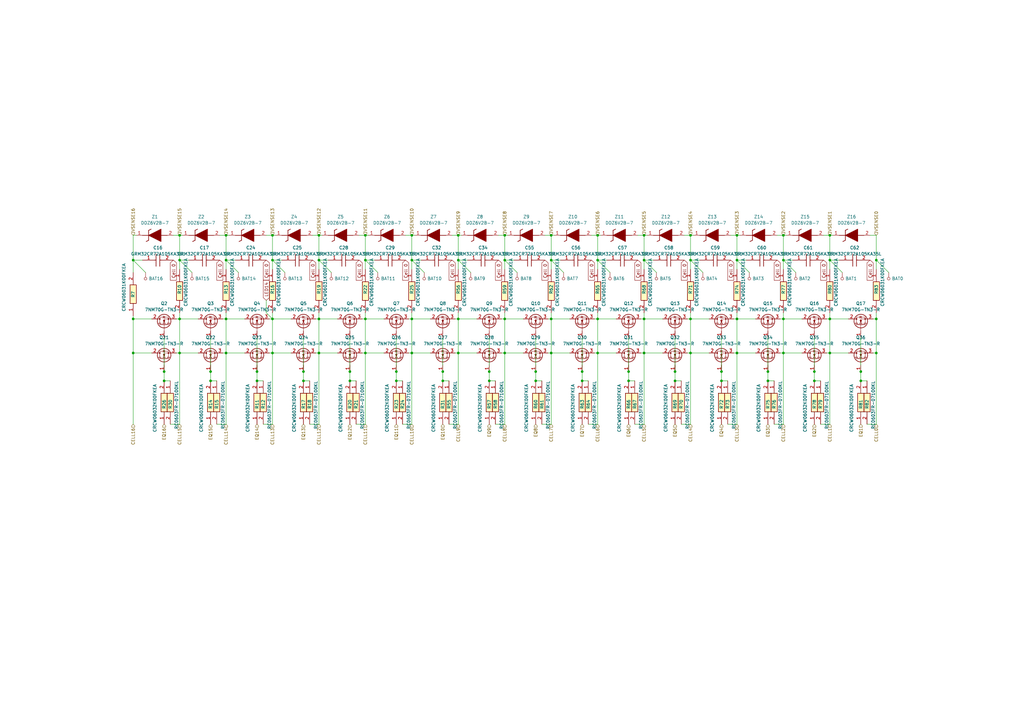
<source format=kicad_sch>
(kicad_sch (version 20230121) (generator eeschema)
  (paper "A3")
  (junction (at 245.11 106.68))
  (junction (at 162.56 152.4))
  (junction (at 130.81 96.52))
  (junction (at 168.91 96.52))
  (junction (at 359.41 106.68))
  (junction (at 54.61 130.81))
  (junction (at 111.76 106.68))
  (junction (at 207.01 144.78))
  (junction (at 181.61 156.21))
  (junction (at 111.76 144.78))
  (junction (at 130.81 130.81))
  (junction (at 334.01 152.4))
  (junction (at 283.21 144.78))
  (junction (at 54.61 106.68))
  (junction (at 295.91 152.4))
  (junction (at 283.21 96.52))
  (junction (at 73.66 144.78))
  (junction (at 276.86 156.21))
  (junction (at 302.26 144.78))
  (junction (at 86.36 156.21))
  (junction (at 226.06 130.81))
  (junction (at 283.21 130.81))
  (junction (at 187.96 130.81))
  (junction (at 359.41 130.81))
  (junction (at 245.11 144.78))
  (junction (at 143.51 156.21))
  (junction (at 149.86 130.81))
  (junction (at 340.36 130.81))
  (junction (at 283.21 106.68))
  (junction (at 92.71 106.68))
  (junction (at 321.31 106.68))
  (junction (at 353.06 152.4))
  (junction (at 314.96 156.21))
  (junction (at 130.81 144.78))
  (junction (at 143.51 152.4))
  (junction (at 168.91 106.68))
  (junction (at 124.46 152.4))
  (junction (at 207.01 96.52))
  (junction (at 264.16 130.81))
  (junction (at 264.16 96.52))
  (junction (at 238.76 152.4))
  (junction (at 105.41 152.4))
  (junction (at 340.36 144.78))
  (junction (at 226.06 96.52))
  (junction (at 181.61 152.4))
  (junction (at 92.71 96.52))
  (junction (at 73.66 130.81))
  (junction (at 149.86 96.52))
  (junction (at 67.31 156.21))
  (junction (at 149.86 106.68))
  (junction (at 334.01 156.21))
  (junction (at 111.76 96.52))
  (junction (at 264.16 144.78))
  (junction (at 257.81 152.4))
  (junction (at 257.81 156.21))
  (junction (at 276.86 152.4))
  (junction (at 200.66 156.21))
  (junction (at 67.31 152.4))
  (junction (at 219.71 156.21))
  (junction (at 168.91 130.81))
  (junction (at 226.06 144.78))
  (junction (at 321.31 144.78))
  (junction (at 302.26 130.81))
  (junction (at 245.11 130.81))
  (junction (at 219.71 152.4))
  (junction (at 238.76 156.21))
  (junction (at 321.31 96.52))
  (junction (at 226.06 106.68))
  (junction (at 200.66 152.4))
  (junction (at 187.96 96.52))
  (junction (at 295.91 156.21))
  (junction (at 73.66 106.68))
  (junction (at 340.36 96.52))
  (junction (at 105.41 156.21))
  (junction (at 264.16 106.68))
  (junction (at 302.26 96.52))
  (junction (at 86.36 152.4))
  (junction (at 340.36 106.68))
  (junction (at 92.71 144.78))
  (junction (at 111.76 130.81))
  (junction (at 92.71 130.81))
  (junction (at 314.96 152.4))
  (junction (at 207.01 130.81))
  (junction (at 359.41 144.78))
  (junction (at 302.26 106.68))
  (junction (at 124.46 156.21))
  (junction (at 162.56 156.21))
  (junction (at 187.96 144.78))
  (junction (at 54.61 144.78))
  (junction (at 207.01 106.68))
  (junction (at 187.96 106.68))
  (junction (at 73.66 96.52))
  (junction (at 245.11 96.52))
  (junction (at 168.91 144.78))
  (junction (at 130.81 106.68))
  (junction (at 321.31 130.81))
  (junction (at 149.86 144.78))
  (junction (at 353.06 156.21))
  (wire (pts (xy 129.54 130.81) (xy 130.81 130.81)))
  (wire (pts (xy 238.76 156.21) (xy 241.3 156.21)))
  (wire (pts (xy 111.76 106.68) (xy 115.57 106.68)))
  (wire (pts (xy 92.71 96.52) (xy 93.98 96.52)))
  (wire (pts (xy 67.31 156.21) (xy 69.85 156.21)))
  (wire (pts (xy 245.11 144.78) (xy 252.73 144.78)))
  (wire (pts (xy 321.31 144.78) (xy 321.31 173.99)))
  (wire (pts (xy 264.16 106.68) (xy 267.97 106.68)))
  (wire (pts (xy 92.71 96.52) (xy 92.71 106.68)))
  (wire (pts (xy 359.41 106.68) (xy 359.41 110.49)))
  (wire (pts (xy 245.11 130.81) (xy 245.11 144.78)))
  (wire (pts (xy 54.61 106.68) (xy 58.42 106.68)))
  (wire (pts (xy 207.01 128.27) (xy 207.01 130.81)))
  (wire (pts (xy 92.71 128.27) (xy 92.71 130.81)))
  (wire (pts (xy 245.11 96.52) (xy 245.11 106.68)))
  (wire (pts (xy 73.66 96.52) (xy 74.93 96.52)))
  (wire (pts (xy 339.09 130.81) (xy 340.36 130.81)))
  (wire (pts (xy 364.49 111.76) (xy 359.41 106.68)))
  (wire (pts (xy 73.66 130.81) (xy 73.66 144.78)))
  (wire (pts (xy 257.81 152.4) (xy 257.81 138.43)))
  (wire (pts (xy 73.66 128.27) (xy 73.66 130.81)))
  (wire (pts (xy 105.41 152.4) (xy 105.41 138.43)))
  (wire (pts (xy 167.64 130.81) (xy 168.91 130.81)))
  (wire (pts (xy 185.42 96.52) (xy 187.96 96.52)))
  (wire (pts (xy 264.16 96.52) (xy 265.43 96.52)))
  (wire (pts (xy 295.91 156.21) (xy 298.45 156.21)))
  (wire (pts (xy 238.76 152.4) (xy 238.76 138.43)))
  (wire (pts (xy 73.66 96.52) (xy 73.66 106.68)))
  (wire (pts (xy 168.91 130.81) (xy 168.91 144.78)))
  (wire (pts (xy 91.44 144.78) (xy 92.71 144.78)))
  (wire (pts (xy 283.21 144.78) (xy 283.21 173.99)))
  (wire (pts (xy 111.76 128.27) (xy 111.76 130.81)))
  (wire (pts (xy 359.41 96.52) (xy 359.41 106.68)))
  (wire (pts (xy 245.11 106.68) (xy 245.11 110.49)))
  (wire (pts (xy 72.39 144.78) (xy 73.66 144.78)))
  (wire (pts (xy 257.81 156.21) (xy 257.81 152.4)))
  (wire (pts (xy 130.81 144.78) (xy 130.81 173.99)))
  (wire (pts (xy 224.79 130.81) (xy 226.06 130.81)))
  (wire (pts (xy 186.69 130.81) (xy 187.96 130.81)))
  (wire (pts (xy 314.96 152.4) (xy 314.96 138.43)))
  (wire (pts (xy 168.91 144.78) (xy 168.91 173.99)))
  (wire (pts (xy 111.76 106.68) (xy 111.76 110.49)))
  (wire (pts (xy 200.66 156.21) (xy 200.66 152.4)))
  (wire (pts (xy 71.12 96.52) (xy 73.66 96.52)))
  (wire (pts (xy 353.06 152.4) (xy 353.06 138.43)))
  (wire (pts (xy 224.79 144.78) (xy 226.06 144.78)))
  (wire (pts (xy 168.91 96.52) (xy 168.91 106.68)))
  (wire (pts (xy 212.09 111.76) (xy 207.01 106.68)))
  (wire (pts (xy 162.56 152.4) (xy 162.56 138.43)))
  (wire (pts (xy 345.44 111.76) (xy 340.36 106.68)))
  (wire (pts (xy 264.16 144.78) (xy 264.16 173.99)))
  (wire (pts (xy 67.31 152.4) (xy 67.31 138.43)))
  (wire (pts (xy 78.74 111.76) (xy 73.66 106.68)))
  (wire (pts (xy 340.36 130.81) (xy 347.98 130.81)))
  (wire (pts (xy 336.55 173.99) (xy 340.36 173.99)))
  (wire (pts (xy 207.01 106.68) (xy 207.01 110.49)))
  (wire (pts (xy 302.26 96.52) (xy 302.26 106.68)))
  (wire (pts (xy 340.36 144.78) (xy 347.98 144.78)))
  (wire (pts (xy 205.74 144.78) (xy 207.01 144.78)))
  (wire (pts (xy 245.11 144.78) (xy 245.11 173.99)))
  (wire (pts (xy 147.32 96.52) (xy 149.86 96.52)))
  (wire (pts (xy 245.11 128.27) (xy 245.11 130.81)))
  (wire (pts (xy 92.71 130.81) (xy 92.71 144.78)))
  (wire (pts (xy 262.89 144.78) (xy 264.16 144.78)))
  (wire (pts (xy 204.47 96.52) (xy 207.01 96.52)))
  (wire (pts (xy 231.14 111.76) (xy 226.06 106.68)))
  (wire (pts (xy 130.81 130.81) (xy 138.43 130.81)))
  (wire (pts (xy 353.06 156.21) (xy 355.6 156.21)))
  (wire (pts (xy 219.71 156.21) (xy 222.25 156.21)))
  (wire (pts (xy 109.22 123.19) (xy 109.22 128.27)))
  (wire (pts (xy 321.31 130.81) (xy 328.93 130.81)))
  (wire (pts (xy 358.14 130.81) (xy 359.41 130.81)))
  (wire (pts (xy 187.96 144.78) (xy 195.58 144.78)))
  (wire (pts (xy 226.06 106.68) (xy 229.87 106.68)))
  (wire (pts (xy 264.16 144.78) (xy 271.78 144.78)))
  (wire (pts (xy 318.77 96.52) (xy 321.31 96.52)))
  (wire (pts (xy 86.36 156.21) (xy 88.9 156.21)))
  (wire (pts (xy 168.91 130.81) (xy 176.53 130.81)))
  (wire (pts (xy 288.29 111.76) (xy 283.21 106.68)))
  (wire (pts (xy 314.96 156.21) (xy 314.96 152.4)))
  (wire (pts (xy 130.81 106.68) (xy 134.62 106.68)))
  (wire (pts (xy 242.57 96.52) (xy 245.11 96.52)))
  (wire (pts (xy 207.01 144.78) (xy 207.01 173.99)))
  (wire (pts (xy 54.61 144.78) (xy 62.23 144.78)))
  (wire (pts (xy 149.86 144.78) (xy 157.48 144.78)))
  (wire (pts (xy 73.66 106.68) (xy 73.66 110.49)))
  (wire (pts (xy 207.01 96.52) (xy 207.01 106.68)))
  (wire (pts (xy 168.91 128.27) (xy 168.91 130.81)))
  (wire (pts (xy 111.76 130.81) (xy 111.76 144.78)))
  (wire (pts (xy 162.56 156.21) (xy 165.1 156.21)))
  (wire (pts (xy 280.67 96.52) (xy 283.21 96.52)))
  (wire (pts (xy 302.26 144.78) (xy 309.88 144.78)))
  (wire (pts (xy 281.94 130.81) (xy 283.21 130.81)))
  (wire (pts (xy 359.41 130.81) (xy 359.41 144.78)))
  (wire (pts (xy 283.21 96.52) (xy 284.48 96.52)))
  (wire (pts (xy 243.84 144.78) (xy 245.11 144.78)))
  (wire (pts (xy 181.61 156.21) (xy 184.15 156.21)))
  (wire (pts (xy 264.16 130.81) (xy 271.78 130.81)))
  (wire (pts (xy 111.76 96.52) (xy 111.76 106.68)))
  (wire (pts (xy 149.86 96.52) (xy 149.86 106.68)))
  (wire (pts (xy 92.71 144.78) (xy 100.33 144.78)))
  (wire (pts (xy 111.76 96.52) (xy 113.03 96.52)))
  (wire (pts (xy 321.31 130.81) (xy 321.31 144.78)))
  (wire (pts (xy 207.01 96.52) (xy 208.28 96.52)))
  (wire (pts (xy 130.81 96.52) (xy 130.81 106.68)))
  (wire (pts (xy 187.96 106.68) (xy 187.96 110.49)))
  (wire (pts (xy 250.19 111.76) (xy 245.11 106.68)))
  (wire (pts (xy 129.54 144.78) (xy 130.81 144.78)))
  (wire (pts (xy 187.96 130.81) (xy 195.58 130.81)))
  (wire (pts (xy 219.71 156.21) (xy 219.71 152.4)))
  (wire (pts (xy 283.21 144.78) (xy 290.83 144.78)))
  (wire (pts (xy 340.36 144.78) (xy 340.36 173.99)))
  (wire (pts (xy 223.52 96.52) (xy 226.06 96.52)))
  (wire (pts (xy 321.31 144.78) (xy 328.93 144.78)))
  (wire (pts (xy 283.21 130.81) (xy 283.21 144.78)))
  (wire (pts (xy 203.2 173.99) (xy 207.01 173.99)))
  (wire (pts (xy 302.26 144.78) (xy 302.26 173.99)))
  (wire (pts (xy 302.26 128.27) (xy 302.26 130.81)))
  (wire (pts (xy 162.56 156.21) (xy 162.56 152.4)))
  (wire (pts (xy 187.96 106.68) (xy 191.77 106.68)))
  (wire (pts (xy 167.64 144.78) (xy 168.91 144.78)))
  (wire (pts (xy 340.36 96.52) (xy 341.63 96.52)))
  (wire (pts (xy 168.91 106.68) (xy 168.91 110.49)))
  (wire (pts (xy 200.66 152.4) (xy 200.66 138.43)))
  (wire (pts (xy 86.36 152.4) (xy 86.36 138.43)))
  (wire (pts (xy 340.36 106.68) (xy 344.17 106.68)))
  (wire (pts (xy 283.21 128.27) (xy 283.21 130.81)))
  (wire (pts (xy 283.21 130.81) (xy 290.83 130.81)))
  (wire (pts (xy 295.91 152.4) (xy 295.91 138.43)))
  (wire (pts (xy 226.06 106.68) (xy 226.06 110.49)))
  (wire (pts (xy 73.66 144.78) (xy 73.66 173.99)))
  (wire (pts (xy 54.61 144.78) (xy 54.61 173.99)))
  (wire (pts (xy 337.82 96.52) (xy 340.36 96.52)))
  (wire (pts (xy 200.66 156.21) (xy 203.2 156.21)))
  (wire (pts (xy 207.01 130.81) (xy 214.63 130.81)))
  (wire (pts (xy 187.96 144.78) (xy 187.96 173.99)))
  (wire (pts (xy 73.66 130.81) (xy 81.28 130.81)))
  (wire (pts (xy 148.59 130.81) (xy 149.86 130.81)))
  (wire (pts (xy 168.91 144.78) (xy 176.53 144.78)))
  (wire (pts (xy 128.27 96.52) (xy 130.81 96.52)))
  (wire (pts (xy 226.06 144.78) (xy 233.68 144.78)))
  (wire (pts (xy 320.04 144.78) (xy 321.31 144.78)))
  (wire (pts (xy 222.25 173.99) (xy 226.06 173.99)))
  (wire (pts (xy 321.31 106.68) (xy 321.31 110.49)))
  (wire (pts (xy 226.06 144.78) (xy 226.06 173.99)))
  (wire (pts (xy 91.44 130.81) (xy 92.71 130.81)))
  (wire (pts (xy 111.76 144.78) (xy 111.76 173.99)))
  (wire (pts (xy 92.71 130.81) (xy 100.33 130.81)))
  (wire (pts (xy 130.81 144.78) (xy 138.43 144.78)))
  (wire (pts (xy 149.86 106.68) (xy 149.86 110.49)))
  (wire (pts (xy 86.36 156.21) (xy 86.36 152.4)))
  (wire (pts (xy 110.49 144.78) (xy 111.76 144.78)))
  (wire (pts (xy 340.36 106.68) (xy 340.36 110.49)))
  (wire (pts (xy 148.59 144.78) (xy 149.86 144.78)))
  (wire (pts (xy 356.87 96.52) (xy 359.41 96.52)))
  (wire (pts (xy 321.31 96.52) (xy 322.58 96.52)))
  (wire (pts (xy 281.94 144.78) (xy 283.21 144.78)))
  (wire (pts (xy 181.61 152.4) (xy 181.61 138.43)))
  (wire (pts (xy 92.71 144.78) (xy 92.71 173.99)))
  (wire (pts (xy 149.86 130.81) (xy 157.48 130.81)))
  (wire (pts (xy 54.61 111.76) (xy 54.61 106.68)))
  (wire (pts (xy 302.26 106.68) (xy 302.26 110.49)))
  (wire (pts (xy 92.71 106.68) (xy 96.52 106.68)))
  (wire (pts (xy 264.16 130.81) (xy 264.16 144.78)))
  (wire (pts (xy 241.3 173.99) (xy 245.11 173.99)))
  (wire (pts (xy 105.41 156.21) (xy 107.95 156.21)))
  (wire (pts (xy 226.06 96.52) (xy 227.33 96.52)))
  (wire (pts (xy 321.31 96.52) (xy 321.31 106.68)))
  (wire (pts (xy 166.37 96.52) (xy 168.91 96.52)))
  (wire (pts (xy 111.76 144.78) (xy 119.38 144.78)))
  (wire (pts (xy 264.16 106.68) (xy 264.16 110.49)))
  (wire (pts (xy 207.01 106.68) (xy 210.82 106.68)))
  (wire (pts (xy 146.05 173.99) (xy 149.86 173.99)))
  (wire (pts (xy 340.36 96.52) (xy 340.36 106.68)))
  (wire (pts (xy 245.11 96.52) (xy 246.38 96.52)))
  (wire (pts (xy 54.61 129.54) (xy 54.61 130.81)))
  (wire (pts (xy 116.84 111.76) (xy 111.76 106.68)))
  (wire (pts (xy 317.5 173.99) (xy 321.31 173.99)))
  (wire (pts (xy 73.66 144.78) (xy 81.28 144.78)))
  (wire (pts (xy 261.62 96.52) (xy 264.16 96.52)))
  (wire (pts (xy 302.26 130.81) (xy 302.26 144.78)))
  (wire (pts (xy 124.46 152.4) (xy 124.46 138.43)))
  (wire (pts (xy 243.84 130.81) (xy 245.11 130.81)))
  (wire (pts (xy 226.06 128.27) (xy 226.06 130.81)))
  (wire (pts (xy 245.11 130.81) (xy 252.73 130.81)))
  (wire (pts (xy 69.85 173.99) (xy 73.66 173.99)))
  (wire (pts (xy 143.51 156.21) (xy 146.05 156.21)))
  (wire (pts (xy 226.06 96.52) (xy 226.06 106.68)))
  (wire (pts (xy 187.96 96.52) (xy 189.23 96.52)))
  (wire (pts (xy 187.96 96.52) (xy 187.96 106.68)))
  (wire (pts (xy 105.41 156.21) (xy 105.41 152.4)))
  (wire (pts (xy 165.1 173.99) (xy 168.91 173.99)))
  (wire (pts (xy 334.01 152.4) (xy 334.01 138.43)))
  (wire (pts (xy 257.81 156.21) (xy 260.35 156.21)))
  (wire (pts (xy 334.01 156.21) (xy 334.01 152.4)))
  (wire (pts (xy 299.72 96.52) (xy 302.26 96.52)))
  (wire (pts (xy 340.36 130.81) (xy 340.36 144.78)))
  (wire (pts (xy 340.36 128.27) (xy 340.36 130.81)))
  (wire (pts (xy 130.81 106.68) (xy 130.81 110.49)))
  (wire (pts (xy 326.39 111.76) (xy 321.31 106.68)))
  (wire (pts (xy 124.46 156.21) (xy 124.46 152.4)))
  (wire (pts (xy 109.22 128.27) (xy 111.76 130.81)))
  (wire (pts (xy 193.04 111.76) (xy 187.96 106.68)))
  (wire (pts (xy 276.86 156.21) (xy 279.4 156.21)))
  (wire (pts (xy 334.01 156.21) (xy 336.55 156.21)))
  (wire (pts (xy 90.17 96.52) (xy 92.71 96.52)))
  (wire (pts (xy 320.04 130.81) (xy 321.31 130.81)))
  (wire (pts (xy 307.34 111.76) (xy 302.26 106.68)))
  (wire (pts (xy 173.99 111.76) (xy 168.91 106.68)))
  (wire (pts (xy 359.41 128.27) (xy 359.41 130.81)))
  (wire (pts (xy 245.11 106.68) (xy 248.92 106.68)))
  (wire (pts (xy 283.21 106.68) (xy 287.02 106.68)))
  (wire (pts (xy 283.21 96.52) (xy 283.21 106.68)))
  (wire (pts (xy 355.6 173.99) (xy 359.41 173.99)))
  (wire (pts (xy 262.89 130.81) (xy 264.16 130.81)))
  (wire (pts (xy 219.71 152.4) (xy 219.71 138.43)))
  (wire (pts (xy 283.21 106.68) (xy 283.21 110.49)))
  (wire (pts (xy 264.16 96.52) (xy 264.16 106.68)))
  (wire (pts (xy 279.4 173.99) (xy 283.21 173.99)))
  (wire (pts (xy 130.81 130.81) (xy 130.81 144.78)))
  (wire (pts (xy 168.91 106.68) (xy 172.72 106.68)))
  (wire (pts (xy 143.51 156.21) (xy 143.51 152.4)))
  (wire (pts (xy 321.31 128.27) (xy 321.31 130.81)))
  (wire (pts (xy 149.86 96.52) (xy 151.13 96.52)))
  (wire (pts (xy 130.81 96.52) (xy 132.08 96.52)))
  (wire (pts (xy 238.76 156.21) (xy 238.76 152.4)))
  (wire (pts (xy 111.76 130.81) (xy 119.38 130.81)))
  (wire (pts (xy 186.69 144.78) (xy 187.96 144.78)))
  (wire (pts (xy 149.86 128.27) (xy 149.86 130.81)))
  (wire (pts (xy 135.89 111.76) (xy 130.81 106.68)))
  (wire (pts (xy 67.31 156.21) (xy 67.31 152.4)))
  (wire (pts (xy 205.74 130.81) (xy 207.01 130.81)))
  (wire (pts (xy 353.06 156.21) (xy 353.06 152.4)))
  (wire (pts (xy 149.86 130.81) (xy 149.86 144.78)))
  (wire (pts (xy 207.01 130.81) (xy 207.01 144.78)))
  (wire (pts (xy 302.26 106.68) (xy 306.07 106.68)))
  (wire (pts (xy 130.81 128.27) (xy 130.81 130.81)))
  (wire (pts (xy 302.26 130.81) (xy 309.88 130.81)))
  (wire (pts (xy 54.61 130.81) (xy 62.23 130.81)))
  (wire (pts (xy 295.91 156.21) (xy 295.91 152.4)))
  (wire (pts (xy 149.86 106.68) (xy 153.67 106.68)))
  (wire (pts (xy 187.96 130.81) (xy 187.96 144.78)))
  (wire (pts (xy 314.96 156.21) (xy 317.5 156.21)))
  (wire (pts (xy 339.09 144.78) (xy 340.36 144.78)))
  (wire (pts (xy 107.95 173.99) (xy 111.76 173.99)))
  (wire (pts (xy 358.14 144.78) (xy 359.41 144.78)))
  (wire (pts (xy 54.61 96.52) (xy 55.88 96.52)))
  (wire (pts (xy 298.45 173.99) (xy 302.26 173.99)))
  (wire (pts (xy 59.69 111.76) (xy 54.61 106.68)))
  (wire (pts (xy 88.9 173.99) (xy 92.71 173.99)))
  (wire (pts (xy 300.99 144.78) (xy 302.26 144.78)))
  (wire (pts (xy 226.06 130.81) (xy 226.06 144.78)))
  (wire (pts (xy 54.61 130.81) (xy 54.61 144.78)))
  (wire (pts (xy 302.26 96.52) (xy 303.53 96.52)))
  (wire (pts (xy 181.61 156.21) (xy 181.61 152.4)))
  (wire (pts (xy 260.35 173.99) (xy 264.16 173.99)))
  (wire (pts (xy 359.41 144.78) (xy 359.41 173.99)))
  (wire (pts (xy 168.91 96.52) (xy 170.18 96.52)))
  (wire (pts (xy 187.96 128.27) (xy 187.96 130.81)))
  (wire (pts (xy 321.31 106.68) (xy 325.12 106.68)))
  (wire (pts (xy 54.61 96.52) (xy 54.61 106.68)))
  (wire (pts (xy 207.01 144.78) (xy 214.63 144.78)))
  (wire (pts (xy 276.86 152.4) (xy 276.86 138.43)))
  (wire (pts (xy 226.06 130.81) (xy 233.68 130.81)))
  (wire (pts (xy 72.39 130.81) (xy 73.66 130.81)))
  (wire (pts (xy 276.86 156.21) (xy 276.86 152.4)))
  (wire (pts (xy 269.24 111.76) (xy 264.16 106.68)))
  (wire (pts (xy 143.51 152.4) (xy 143.51 138.43)))
  (wire (pts (xy 97.79 111.76) (xy 92.71 106.68)))
  (wire (pts (xy 92.71 106.68) (xy 92.71 110.49)))
  (wire (pts (xy 184.15 173.99) (xy 187.96 173.99)))
  (wire (pts (xy 73.66 106.68) (xy 77.47 106.68)))
  (wire (pts (xy 149.86 144.78) (xy 149.86 173.99)))
  (wire (pts (xy 154.94 111.76) (xy 149.86 106.68)))
  (wire (pts (xy 300.99 130.81) (xy 302.26 130.81)))
  (wire (pts (xy 124.46 156.21) (xy 127 156.21)))
  (wire (pts (xy 127 173.99) (xy 130.81 173.99)))
  (wire (pts (xy 264.16 128.27) (xy 264.16 130.81)))
  (wire (pts (xy 109.22 96.52) (xy 111.76 96.52)))
  (wire (pts (xy 110.49 130.81) (xy 111.76 130.81)))
  (global_label "Cell 0" (shape input) (at 90.17 106.68 270) (property "Intersheetrefs" "${INTERSHEET_REFS}" (effects hide)))
  (global_label "Cell 0" (shape input) (at 261.62 106.68 270) (property "Intersheetrefs" "${INTERSHEET_REFS}" (effects hide)))
  (global_label "Cell 0" (shape input) (at 280.67 106.68 270) (property "Intersheetrefs" "${INTERSHEET_REFS}" (effects hide)))
  (global_label "Cell 0" (shape input) (at 185.42 106.68 270) (property "Intersheetrefs" "${INTERSHEET_REFS}" (effects hide)))
  (global_label "Cell 0" (shape input) (at 337.82 106.68 270) (property "Intersheetrefs" "${INTERSHEET_REFS}" (effects hide)))
  (global_label "Cell 0" (shape input) (at 223.52 106.68 270) (property "Intersheetrefs" "${INTERSHEET_REFS}" (effects hide)))
  (global_label "Cell 0" (shape input) (at 204.47 106.68 270) (property "Intersheetrefs" "${INTERSHEET_REFS}" (effects hide)))
  (global_label "Cell 0" (shape input) (at 242.57 106.68 270) (property "Intersheetrefs" "${INTERSHEET_REFS}" (effects hide)))
  (global_label "LED14" (shape input) (at 109.22 123.19 90) (property "Intersheetrefs" "${INTERSHEET_REFS}" (effects hide)))
  (global_label "Cell 0" (shape input) (at 356.87 106.68 270) (property "Intersheetrefs" "${INTERSHEET_REFS}" (effects hide)))
  (global_label "Cell 0" (shape input) (at 109.22 106.68 270) (property "Intersheetrefs" "${INTERSHEET_REFS}" (effects hide)))
  (global_label "Cell 0" (shape input) (at 128.27 106.68 270) (property "Intersheetrefs" "${INTERSHEET_REFS}" (effects hide)))
  (global_label "Cell 0" (shape input) (at 147.32 106.68 270) (property "Intersheetrefs" "${INTERSHEET_REFS}" (effects hide)))
  (global_label "Cell 0" (shape input) (at 318.77 106.68 270) (property "Intersheetrefs" "${INTERSHEET_REFS}" (effects hide)))
  (global_label "Cell 0" (shape input) (at 166.37 106.68 270) (property "Intersheetrefs" "${INTERSHEET_REFS}" (effects hide)))
  (global_label "Cell 0" (shape input) (at 71.12 106.68 270) (property "Intersheetrefs" "${INTERSHEET_REFS}" (effects hide)))
  (global_label "Cell 0" (shape input) (at 299.72 106.68 270) (property "Intersheetrefs" "${INTERSHEET_REFS}" (effects hide)))
  (hierarchical_label "CELL4" (shape input) (at 283.21 173.99 270))
  (hierarchical_label "EQ15" (shape input) (at 86.36 173.99 270))
  (hierarchical_label "CELL10" (shape input) (at 168.91 173.99 270))
  (hierarchical_label "EQ12" (shape input) (at 143.51 173.99 270))
  (hierarchical_label "EQ3" (shape input) (at 314.96 173.99 270))
  (hierarchical_label "VSENSE3" (shape input) (at 302.26 96.52 90))
  (hierarchical_label "VSENSE4" (shape input) (at 283.21 96.52 90))
  (hierarchical_label "EQ14" (shape input) (at 105.41 173.99 270))
  (hierarchical_label "VSENSE1" (shape input) (at 340.36 96.52 90))
  (hierarchical_label "CELL0" (shape input) (at 359.41 173.99 270))
  (hierarchical_label "VSENSE14" (shape input) (at 92.71 96.52 90))
  (hierarchical_label "CELL13" (shape input) (at 111.76 173.99 270))
  (hierarchical_label "EQ10" (shape input) (at 181.61 173.99 270))
  (hierarchical_label "VSENSE2" (shape input) (at 321.31 96.52 90))
  (hierarchical_label "VSENSE15" (shape input) (at 73.66 96.52 90))
  (hierarchical_label "EQ1" (shape input) (at 353.06 173.99 270))
  (hierarchical_label "CELL12" (shape input) (at 130.81 173.99 270))
  (hierarchical_label "VSENSE0" (shape input) (at 359.41 96.52 90))
  (hierarchical_label "EQ5" (shape input) (at 276.86 173.99 270))
  (hierarchical_label "VSENSE12" (shape input) (at 130.81 96.52 90))
  (hierarchical_label "EQ6" (shape input) (at 257.81 173.99 270))
  (hierarchical_label "CELL8" (shape input) (at 207.01 173.99 270))
  (hierarchical_label "CELL1" (shape input) (at 340.36 173.99 270))
  (hierarchical_label "EQ4" (shape input) (at 295.91 173.99 270))
  (hierarchical_label "VSENSE11" (shape input) (at 149.86 96.52 90))
  (hierarchical_label "CELL16" (shape input) (at 54.61 173.99 270))
  (hierarchical_label "CELL5" (shape input) (at 264.16 173.99 270))
  (hierarchical_label "EQ16" (shape input) (at 67.31 173.99 270))
  (hierarchical_label "EQ7" (shape input) (at 238.76 173.99 270))
  (hierarchical_label "CELL7" (shape input) (at 226.06 173.99 270))
  (hierarchical_label "EQ2" (shape input) (at 334.01 173.99 270))
  (hierarchical_label "EQ11" (shape input) (at 162.56 173.99 270))
  (hierarchical_label "CELL3" (shape input) (at 302.26 173.99 270))
  (hierarchical_label "EQ9" (shape input) (at 200.66 173.99 270))
  (hierarchical_label "CELL6" (shape input) (at 245.11 173.99 270))
  (hierarchical_label "VSENSE8" (shape input) (at 207.01 96.52 90))
  (hierarchical_label "EQ13" (shape input) (at 124.46 173.99 270))
  (hierarchical_label "VSENSE5" (shape input) (at 264.16 96.52 90))
  (hierarchical_label "VSENSE7" (shape input) (at 226.06 96.52 90))
  (hierarchical_label "VSENSE6" (shape input) (at 245.11 96.52 90))
  (hierarchical_label "CELL9" (shape input) (at 187.96 173.99 270))
  (hierarchical_label "CELL14" (shape input) (at 92.71 173.99 270))
  (hierarchical_label "VSENSE13" (shape input) (at 111.76 96.52 90))
  (hierarchical_label "EQ8" (shape input) (at 219.71 173.99 270))
  (hierarchical_label "VSENSE9" (shape input) (at 187.96 96.52 90))
  (hierarchical_label "CELL15" (shape input) (at 73.66 173.99 270))
  (hierarchical_label "VSENSE16" (shape input) (at 54.61 96.52 90))
  (hierarchical_label "VSENSE10" (shape input) (at 168.91 96.52 90))
  (hierarchical_label "CELL11" (shape input) (at 149.86 173.99 270))
  (hierarchical_label "CELL2" (shape input) (at 321.31 173.99 270))
  (symbol (lib_id "Library:GRM32CR72A105KA35L") (at 134.62 106.68 0) (unit 1)
    (property "Reference" "C28" (at 140.97 101.6 0))
    (property "Value" "GRM32CR72A105KA35L" (at 140.97 104.14 0))
    (property "Footprint" "Samacsys:CAPC3225X180N" (effects hide))
    (property "Datasheet" "https://componentsearchengine.com/Datasheets/1/GRM32CR72A105KA35L.pdf" (effects hide))
    (property "Height" "1.8" (effects hide))
    (property "Mouser Part Number" "81-GRM32CR72A105KA35" (effects hide))
    (property "Mouser Price/Stock" "https://www.mouser.co.uk/ProductDetail/Murata-Electronics/GRM32CR72A105KA35L?qs=CHiu0TXTCq8tTGhbNBjVVw%3D%3D" (effects hide))
    (property "Manufacturer_Name" "Murata Electronics" (effects hide))
    (property "Manufacturer_Part_Number" "GRM32CR72A105KA35L" (effects hide))
  )
  (symbol (lib_id "Library:RC0603FR-07100KL") (at 298.45 156.21 270) (unit 1)
    (property "Reference" "R73" (at 298.45 163.83 0) (effects (justify left)))
    (property "Value" "RC0603FR-07100KL" (at 300.99 156.21 0) (effects (justify left)))
    (property "Footprint" "Samacsys:RESC1608X55N" (effects hide))
    (property "Datasheet" "https://www.yageo.com/upload/media/product/productsearch/datasheet/rchip/PYu-RC_Group_51_RoHS_L_12.pdf" (effects hide))
    (property "Height" "0.55" (effects hide))
    (property "Mouser Part Number" "603-RC0603FR-07100KL" (effects hide))
    (property "Mouser Price/Stock" "https://www.mouser.co.uk/ProductDetail/YAGEO/RC0603FR-07100KL?qs=e1ok2LiJcmaihem8Va5%2Fsw%3D%3D" (effects hide))
    (property "Manufacturer_Name" "YAGEO" (effects hide))
    (property "Manufacturer_Part_Number" "RC0603FR-07100KL" (effects hide))
  )
  (symbol (lib_id "Library:RC0603FR-07100KL") (at 260.35 156.21 270) (unit 1)
    (property "Reference" "R67" (at 260.35 163.83 0) (effects (justify left)))
    (property "Value" "RC0603FR-07100KL" (at 262.89 156.21 0) (effects (justify left)))
    (property "Footprint" "Samacsys:RESC1608X55N" (effects hide))
    (property "Datasheet" "https://www.yageo.com/upload/media/product/productsearch/datasheet/rchip/PYu-RC_Group_51_RoHS_L_12.pdf" (effects hide))
    (property "Height" "0.55" (effects hide))
    (property "Mouser Part Number" "603-RC0603FR-07100KL" (effects hide))
    (property "Mouser Price/Stock" "https://www.mouser.co.uk/ProductDetail/YAGEO/RC0603FR-07100KL?qs=e1ok2LiJcmaihem8Va5%2Fsw%3D%3D" (effects hide))
    (property "Manufacturer_Name" "YAGEO" (effects hide))
    (property "Manufacturer_Part_Number" "RC0603FR-07100KL" (effects hide))
  )
  (symbol (lib_id "Library:DDZ6V2B-7") (at 170.18 96.52 0) (unit 1)
    (property "Reference" "Z7" (at 177.8 88.9 0))
    (property "Value" "DDZ6V2B-7" (at 177.8 91.44 0))
    (property "Footprint" "Samacsys:SOD3716X145N" (effects hide))
    (property "Datasheet" "https://www.diodes.com//assets/Datasheets/DDZ5V1B-DDZ43.pdf" (effects hide))
    (property "Height" "1.45" (effects hide))
    (property "Mouser Part Number" "621-DDZ6V2B-7" (effects hide))
    (property "Mouser Price/Stock" "https://www.mouser.co.uk/ProductDetail/Diodes-Incorporated/DDZ6V2B-7?qs=SSucg2PyLi4yubPFKQbBRQ%3D%3D" (effects hide))
    (property "Manufacturer_Name" "Diodes Incorporated" (effects hide))
    (property "Manufacturer_Part_Number" "DDZ6V2B-7" (effects hide))
  )
  (symbol (lib_id "Library:CRCW06031K00FKEA") (at 111.76 110.49 270) (unit 1)
    (property "Reference" "R16" (at 111.76 120.65 0) (effects (justify right)))
    (property "Value" "CRCW06031K00FKEA" (at 114.3 125.73 0) (effects (justify right)))
    (property "Footprint" "Samacsys:RESC1608X50N" (effects hide))
    (property "Datasheet" "http://www.vishay.com/docs/20035/dcrcwe3.pdf" (effects hide))
    (property "Height" "0.5" (effects hide))
    (property "Mouser Part Number" "71-CRCW0603-1.0K-E3" (effects hide))
    (property "Mouser Price/Stock" "https://www.mouser.co.uk/ProductDetail/Vishay-Dale/CRCW06031K00FKEA?qs=CToX950LohJasujQx7GY3g%3D%3D" (effects hide))
    (property "Manufacturer_Name" "Vishay" (effects hide))
    (property "Manufacturer_Part_Number" "CRCW06031K00FKEA" (effects hide))
    (instances (project "pasive_balance_rev4" (path "" (reference "R16") (unit 1)) (path "" (reference "R18") (unit 1))))
  )
  (symbol (lib_id "Library:CRCW06031K00FKEA") (at 187.96 110.49 270) (unit 1)
    (property "Reference" "R56" (at 187.96 120.65 0) (effects (justify right)))
    (property "Value" "CRCW06031K00FKEA" (at 190.5 125.73 0) (effects (justify right)))
    (property "Footprint" "Samacsys:RESC1608X50N" (effects hide))
    (property "Datasheet" "http://www.vishay.com/docs/20035/dcrcwe3.pdf" (effects hide))
    (property "Height" "0.5" (effects hide))
    (property "Mouser Part Number" "71-CRCW0603-1.0K-E3" (effects hide))
    (property "Mouser Price/Stock" "https://www.mouser.co.uk/ProductDetail/Vishay-Dale/CRCW06031K00FKEA?qs=CToX950LohJasujQx7GY3g%3D%3D" (effects hide))
    (property "Manufacturer_Name" "Vishay" (effects hide))
    (property "Manufacturer_Part_Number" "CRCW06031K00FKEA" (effects hide))
  )
  (symbol (lib_id "Library:QM6006D") (at 238.76 147.32 90) (unit 1)
    (property "Reference" "Q30" (at 238.76 138.43 90))
    (property "Value" "7NM70G-TN3-R" (at 238.76 140.97 90))
    (property "Footprint" "Package_TO_SOT_SMD:TO-252-2" (effects hide))
    (property "Datasheet" "http://www.jaolen.com/images/pdf/QM6006D.pdf" (effects hide))
    (instances (project "pasive_balance_rev4" (path "" (reference "Q30") (unit 1)) (path "" (reference "Q24") (unit 1))))
  )
  (symbol (lib_id "Library:RC0603FR-07100KL") (at 127 156.21 270) (unit 1)
    (property "Reference" "R18" (at 127 163.83 0) (effects (justify left)))
    (property "Value" "RC0603FR-07100KL" (at 129.54 156.21 0) (effects (justify left)))
    (property "Footprint" "Samacsys:RESC1608X55N" (effects hide))
    (property "Datasheet" "https://www.yageo.com/upload/media/product/productsearch/datasheet/rchip/PYu-RC_Group_51_RoHS_L_12.pdf" (effects hide))
    (property "Height" "0.55" (effects hide))
    (property "Mouser Part Number" "603-RC0603FR-07100KL" (effects hide))
    (property "Mouser Price/Stock" "https://www.mouser.co.uk/ProductDetail/YAGEO/RC0603FR-07100KL?qs=e1ok2LiJcmaihem8Va5%2Fsw%3D%3D" (effects hide))
    (property "Manufacturer_Name" "YAGEO" (effects hide))
    (property "Manufacturer_Part_Number" "RC0603FR-07100KL" (effects hide))
    (instances (project "pasive_balance_rev4" (path "" (reference "R18") (unit 1)) (path "" (reference "R20") (unit 1))))
  )
  (symbol (lib_id "Library:QM6006D") (at 105.41 133.35 90) (unit 1)
    (property "Reference" "Q4" (at 105.41 124.46 90))
    (property "Value" "7NM70G-TN3-R" (at 105.41 127 90))
    (property "Footprint" "Package_TO_SOT_SMD:TO-252-2" (effects hide))
    (property "Datasheet" "http://www.jaolen.com/images/pdf/QM6006D.pdf" (effects hide))
    (instances (project "pasive_balance_rev4" (path "" (reference "Q4") (unit 1)) (path "" (reference "Q6") (unit 1))))
  )
  (symbol (lib_id "Library:QM6006D") (at 314.96 147.32 90) (unit 1)
    (property "Reference" "Q34" (at 314.96 138.43 90))
    (property "Value" "7NM70G-TN3-R" (at 314.96 140.97 90))
    (property "Footprint" "Package_TO_SOT_SMD:TO-252-2" (effects hide))
    (property "Datasheet" "http://www.jaolen.com/images/pdf/QM6006D.pdf" (effects hide))
    (instances (project "pasive_balance_rev4" (path "" (reference "Q34") (unit 1)) (path "" (reference "Q32") (unit 1))))
  )
  (symbol (lib_id "Library:5002") (at 212.09 114.3 0) (unit 1)
    (property "Reference" "BAT8" (at 213.36 114.2619 0) (effects (justify left)))
    (property "Value" "5002" (effects hide))
    (property "Footprint" "Samacsys:5002" (effects hide))
    (property "Datasheet" "http://www.keyelco.com/product-pdf.cfm?p=1311" (effects hide))
    (property "Digi-Key_PN" "36-5002-ND" (effects hide))
    (property "MPN" "5002" (effects hide))
    (property "Category" "Test and Measurement" (effects hide))
    (property "Family" "Test Points" (effects hide))
    (property "DK_Datasheet_Link" "http://www.keyelco.com/product-pdf.cfm?p=1311" (effects hide))
    (property "DK_Detail_Page" "/product-detail/en/keystone-electronics/5002/36-5002-ND/255328" (effects hide))
    (property "Description" "PC TEST POINT MINIATURE WHITE" (effects hide))
    (property "Manufacturer" "Keystone Electronics" (effects hide))
    (property "Status" "Active" (effects hide))
    (instances (project "pasive_balance_rev4" (path "" (reference "BAT8") (unit 1)) (path "" (reference "BAT9") (unit 1))))
  )
  (symbol (lib_id "Library:QM6006D") (at 200.66 147.32 90) (unit 1)
    (property "Reference" "Q28" (at 200.66 138.43 90))
    (property "Value" "7NM70G-TN3-R" (at 200.66 140.97 90))
    (property "Footprint" "Package_TO_SOT_SMD:TO-252-2" (effects hide))
    (property "Datasheet" "http://www.jaolen.com/images/pdf/QM6006D.pdf" (effects hide))
    (instances (project "pasive_balance_rev4" (path "" (reference "Q28") (unit 1)) (path "" (reference "Q17") (unit 1))))
  )
  (symbol (lib_id "Library:5002") (at 307.34 114.3 0) (unit 1)
    (property "Reference" "BAT3" (at 308.61 114.2619 0) (effects (justify left)))
    (property "Value" "5002" (effects hide))
    (property "Footprint" "Samacsys:5002" (effects hide))
    (property "Datasheet" "http://www.keyelco.com/product-pdf.cfm?p=1311" (effects hide))
    (property "Digi-Key_PN" "36-5002-ND" (effects hide))
    (property "MPN" "5002" (effects hide))
    (property "Category" "Test and Measurement" (effects hide))
    (property "Family" "Test Points" (effects hide))
    (property "DK_Datasheet_Link" "http://www.keyelco.com/product-pdf.cfm?p=1311" (effects hide))
    (property "DK_Detail_Page" "/product-detail/en/keystone-electronics/5002/36-5002-ND/255328" (effects hide))
    (property "Description" "PC TEST POINT MINIATURE WHITE" (effects hide))
    (property "Manufacturer" "Keystone Electronics" (effects hide))
    (property "Status" "Active" (effects hide))
    (instances (project "pasive_balance_rev4" (path "" (reference "BAT3") (unit 1)) (path "" (reference "BAT14") (unit 1))))
  )
  (symbol (lib_id "Library:5002") (at 288.29 114.3 0) (unit 1)
    (property "Reference" "BAT4" (at 289.56 114.2619 0) (effects (justify left)))
    (property "Value" "5002" (effects hide))
    (property "Footprint" "Samacsys:5002" (effects hide))
    (property "Datasheet" "http://www.keyelco.com/product-pdf.cfm?p=1311" (effects hide))
    (property "Digi-Key_PN" "36-5002-ND" (effects hide))
    (property "MPN" "5002" (effects hide))
    (property "Category" "Test and Measurement" (effects hide))
    (property "Family" "Test Points" (effects hide))
    (property "DK_Datasheet_Link" "http://www.keyelco.com/product-pdf.cfm?p=1311" (effects hide))
    (property "DK_Detail_Page" "/product-detail/en/keystone-electronics/5002/36-5002-ND/255328" (effects hide))
    (property "Description" "PC TEST POINT MINIATURE WHITE" (effects hide))
    (property "Manufacturer" "Keystone Electronics" (effects hide))
    (property "Status" "Active" (effects hide))
    (instances (project "pasive_balance_rev4" (path "" (reference "BAT4") (unit 1)) (path "" (reference "BAT13") (unit 1))))
  )
  (symbol (lib_id "Library:5002") (at 154.94 114.3 0) (unit 1)
    (property "Reference" "BAT11" (at 156.21 114.2619 0) (effects (justify left)))
    (property "Value" "5002" (effects hide))
    (property "Footprint" "Samacsys:5002" (effects hide))
    (property "Datasheet" "http://www.keyelco.com/product-pdf.cfm?p=1311" (effects hide))
    (property "Digi-Key_PN" "36-5002-ND" (effects hide))
    (property "MPN" "5002" (effects hide))
    (property "Category" "Test and Measurement" (effects hide))
    (property "Family" "Test Points" (effects hide))
    (property "DK_Datasheet_Link" "http://www.keyelco.com/product-pdf.cfm?p=1311" (effects hide))
    (property "DK_Detail_Page" "/product-detail/en/keystone-electronics/5002/36-5002-ND/255328" (effects hide))
    (property "Description" "PC TEST POINT MINIATURE WHITE" (effects hide))
    (property "Manufacturer" "Keystone Electronics" (effects hide))
    (property "Status" "Active" (effects hide))
    (instances (project "pasive_balance_rev4" (path "" (reference "BAT11") (unit 1)) (path "" (reference "BAT6") (unit 1))))
  )
  (symbol (lib_id "Library:RC0603FR-07100KL") (at 69.85 156.21 270) (unit 1)
    (property "Reference" "R30" (at 69.85 163.83 0) (effects (justify left)))
    (property "Value" "RC0603FR-07100KL" (at 72.39 156.21 0) (effects (justify left)))
    (property "Footprint" "Samacsys:RESC1608X55N" (effects hide))
    (property "Datasheet" "https://www.yageo.com/upload/media/product/productsearch/datasheet/rchip/PYu-RC_Group_51_RoHS_L_12.pdf" (effects hide))
    (property "Height" "0.55" (effects hide))
    (property "Mouser Part Number" "603-RC0603FR-07100KL" (effects hide))
    (property "Mouser Price/Stock" "https://www.mouser.co.uk/ProductDetail/YAGEO/RC0603FR-07100KL?qs=e1ok2LiJcmaihem8Va5%2Fsw%3D%3D" (effects hide))
    (property "Manufacturer_Name" "YAGEO" (effects hide))
    (property "Manufacturer_Part_Number" "RC0603FR-07100KL" (effects hide))
    (instances (project "pasive_balance_rev4" (path "" (reference "R30") (unit 1)) (path "" (reference "R11") (unit 1))))
  )
  (symbol (lib_id "Library:QM6006D") (at 314.96 133.35 90) (unit 1)
    (property "Reference" "Q15" (at 314.96 124.46 90))
    (property "Value" "7NM70G-TN3-R" (at 314.96 127 90))
    (property "Footprint" "Package_TO_SOT_SMD:TO-252-2" (effects hide))
    (property "Datasheet" "http://www.jaolen.com/images/pdf/QM6006D.pdf" (effects hide))
    (instances (project "pasive_balance_rev4" (path "" (reference "Q15") (unit 1)) (path "" (reference "Q31") (unit 1))))
  )
  (symbol (lib_id "Library:DDZ6V2B-7") (at 113.03 96.52 0) (unit 1)
    (property "Reference" "Z4" (at 120.65 88.9 0))
    (property "Value" "DDZ6V2B-7" (at 120.65 91.44 0))
    (property "Footprint" "Samacsys:SOD3716X145N" (effects hide))
    (property "Datasheet" "https://www.diodes.com//assets/Datasheets/DDZ5V1B-DDZ43.pdf" (effects hide))
    (property "Height" "1.45" (effects hide))
    (property "Mouser Part Number" "621-DDZ6V2B-7" (effects hide))
    (property "Mouser Price/Stock" "https://www.mouser.co.uk/ProductDetail/Diodes-Incorporated/DDZ6V2B-7?qs=SSucg2PyLi4yubPFKQbBRQ%3D%3D" (effects hide))
    (property "Manufacturer_Name" "Diodes Incorporated" (effects hide))
    (property "Manufacturer_Part_Number" "DDZ6V2B-7" (effects hide))
  )
  (symbol (lib_id "Library:DDZ6V2B-7") (at 151.13 96.52 0) (unit 1)
    (property "Reference" "Z6" (at 158.75 88.9 0))
    (property "Value" "DDZ6V2B-7" (at 158.75 91.44 0))
    (property "Footprint" "Samacsys:SOD3716X145N" (effects hide))
    (property "Datasheet" "https://www.diodes.com//assets/Datasheets/DDZ5V1B-DDZ43.pdf" (effects hide))
    (property "Height" "1.45" (effects hide))
    (property "Mouser Part Number" "621-DDZ6V2B-7" (effects hide))
    (property "Mouser Price/Stock" "https://www.mouser.co.uk/ProductDetail/Diodes-Incorporated/DDZ6V2B-7?qs=SSucg2PyLi4yubPFKQbBRQ%3D%3D" (effects hide))
    (property "Manufacturer_Name" "Diodes Incorporated" (effects hide))
    (property "Manufacturer_Part_Number" "DDZ6V2B-7" (effects hide))
  )
  (symbol (lib_id "Library:DDZ6V2B-7") (at 303.53 96.52 0) (unit 1)
    (property "Reference" "Z14" (at 311.15 88.9 0))
    (property "Value" "DDZ6V2B-7" (at 311.15 91.44 0))
    (property "Footprint" "Samacsys:SOD3716X145N" (effects hide))
    (property "Datasheet" "https://www.diodes.com//assets/Datasheets/DDZ5V1B-DDZ43.pdf" (effects hide))
    (property "Height" "1.45" (effects hide))
    (property "Mouser Part Number" "621-DDZ6V2B-7" (effects hide))
    (property "Mouser Price/Stock" "https://www.mouser.co.uk/ProductDetail/Diodes-Incorporated/DDZ6V2B-7?qs=SSucg2PyLi4yubPFKQbBRQ%3D%3D" (effects hide))
    (property "Manufacturer_Name" "Diodes Incorporated" (effects hide))
    (property "Manufacturer_Part_Number" "DDZ6V2B-7" (effects hide))
  )
  (symbol (lib_id "Library:CRCW06031K00FKEA") (at 130.81 110.49 270) (unit 1)
    (property "Reference" "R19" (at 130.81 120.65 0) (effects (justify right)))
    (property "Value" "CRCW06031K00FKEA" (at 133.35 125.73 0) (effects (justify right)))
    (property "Footprint" "Samacsys:RESC1608X50N" (effects hide))
    (property "Datasheet" "http://www.vishay.com/docs/20035/dcrcwe3.pdf" (effects hide))
    (property "Height" "0.5" (effects hide))
    (property "Mouser Part Number" "71-CRCW0603-1.0K-E3" (effects hide))
    (property "Mouser Price/Stock" "https://www.mouser.co.uk/ProductDetail/Vishay-Dale/CRCW06031K00FKEA?qs=CToX950LohJasujQx7GY3g%3D%3D" (effects hide))
    (property "Manufacturer_Name" "Vishay" (effects hide))
    (property "Manufacturer_Part_Number" "CRCW06031K00FKEA" (effects hide))
    (instances (project "pasive_balance_rev4" (path "" (reference "R19") (unit 1)) (path "" (reference "R21") (unit 1))))
  )
  (symbol (lib_id "Library:DDZ6V2B-7") (at 246.38 96.52 0) (unit 1)
    (property "Reference" "Z11" (at 254 88.9 0))
    (property "Value" "DDZ6V2B-7" (at 254 91.44 0))
    (property "Footprint" "Samacsys:SOD3716X145N" (effects hide))
    (property "Datasheet" "https://www.diodes.com//assets/Datasheets/DDZ5V1B-DDZ43.pdf" (effects hide))
    (property "Height" "1.45" (effects hide))
    (property "Mouser Part Number" "621-DDZ6V2B-7" (effects hide))
    (property "Mouser Price/Stock" "https://www.mouser.co.uk/ProductDetail/Diodes-Incorporated/DDZ6V2B-7?qs=SSucg2PyLi4yubPFKQbBRQ%3D%3D" (effects hide))
    (property "Manufacturer_Name" "Diodes Incorporated" (effects hide))
    (property "Manufacturer_Part_Number" "DDZ6V2B-7" (effects hide))
  )
  (symbol (lib_id "Library:DDZ6V2B-7") (at 208.28 96.52 0) (unit 1)
    (property "Reference" "Z9" (at 215.9 88.9 0))
    (property "Value" "DDZ6V2B-7" (at 215.9 91.44 0))
    (property "Footprint" "Samacsys:SOD3716X145N" (effects hide))
    (property "Datasheet" "https://www.diodes.com//assets/Datasheets/DDZ5V1B-DDZ43.pdf" (effects hide))
    (property "Height" "1.45" (effects hide))
    (property "Mouser Part Number" "621-DDZ6V2B-7" (effects hide))
    (property "Mouser Price/Stock" "https://www.mouser.co.uk/ProductDetail/Diodes-Incorporated/DDZ6V2B-7?qs=SSucg2PyLi4yubPFKQbBRQ%3D%3D" (effects hide))
    (property "Manufacturer_Name" "Diodes Incorporated" (effects hide))
    (property "Manufacturer_Part_Number" "DDZ6V2B-7" (effects hide))
  )
  (symbol (lib_id "Library:DDZ6V2B-7") (at 93.98 96.52 0) (unit 1)
    (property "Reference" "Z3" (at 101.6 88.9 0))
    (property "Value" "DDZ6V2B-7" (at 101.6 91.44 0))
    (property "Footprint" "Samacsys:SOD3716X145N" (effects hide))
    (property "Datasheet" "https://www.diodes.com//assets/Datasheets/DDZ5V1B-DDZ43.pdf" (effects hide))
    (property "Height" "1.45" (effects hide))
    (property "Mouser Part Number" "621-DDZ6V2B-7" (effects hide))
    (property "Mouser Price/Stock" "https://www.mouser.co.uk/ProductDetail/Diodes-Incorporated/DDZ6V2B-7?qs=SSucg2PyLi4yubPFKQbBRQ%3D%3D" (effects hide))
    (property "Manufacturer_Name" "Diodes Incorporated" (effects hide))
    (property "Manufacturer_Part_Number" "DDZ6V2B-7" (effects hide))
  )
  (symbol (lib_id "Library:CRCW06032K00FKEA") (at 314.96 173.99 90) (unit 1)
    (property "Reference" "R75" (at 314.96 163.83 0) (effects (justify right)))
    (property "Value" "CRCW06032K00FKEA" (at 311.15 157.48 0) (effects (justify right)))
    (property "Footprint" "Samacsys:RESC1608X50N" (effects hide))
    (property "Datasheet" "http://www.vishay.com/docs/20035/dcrcwe3.pdf" (effects hide))
    (property "Height" "0.5" (effects hide))
    (property "Mouser Part Number" "71-CRCW0603-2.0K-E3" (effects hide))
    (property "Mouser Price/Stock" "https://www.mouser.co.uk/ProductDetail/Vishay-Dale/CRCW06032K00FKEA?qs=7VR27ARAOdkugBYzbJssDA%3D%3D" (effects hide))
    (property "Manufacturer_Name" "Vishay" (effects hide))
    (property "Manufacturer_Part_Number" "CRCW06032K00FKEA" (effects hide))
  )
  (symbol (lib_id "Library:DDZ6V2B-7") (at 265.43 96.52 0) (unit 1)
    (property "Reference" "Z12" (at 273.05 88.9 0))
    (property "Value" "DDZ6V2B-7" (at 273.05 91.44 0))
    (property "Footprint" "Samacsys:SOD3716X145N" (effects hide))
    (property "Datasheet" "https://www.diodes.com//assets/Datasheets/DDZ5V1B-DDZ43.pdf" (effects hide))
    (property "Height" "1.45" (effects hide))
    (property "Mouser Part Number" "621-DDZ6V2B-7" (effects hide))
    (property "Mouser Price/Stock" "https://www.mouser.co.uk/ProductDetail/Diodes-Incorporated/DDZ6V2B-7?qs=SSucg2PyLi4yubPFKQbBRQ%3D%3D" (effects hide))
    (property "Manufacturer_Name" "Diodes Incorporated" (effects hide))
    (property "Manufacturer_Part_Number" "DDZ6V2B-7" (effects hide))
  )
  (symbol (lib_id "Library:GRM32CR72A105KA35L") (at 153.67 106.68 0) (unit 1)
    (property "Reference" "C29" (at 160.02 101.6 0))
    (property "Value" "GRM32CR72A105KA35L" (at 160.02 104.14 0))
    (property "Footprint" "Samacsys:CAPC3225X180N" (effects hide))
    (property "Datasheet" "https://componentsearchengine.com/Datasheets/1/GRM32CR72A105KA35L.pdf" (effects hide))
    (property "Height" "1.8" (effects hide))
    (property "Mouser Part Number" "81-GRM32CR72A105KA35" (effects hide))
    (property "Mouser Price/Stock" "https://www.mouser.co.uk/ProductDetail/Murata-Electronics/GRM32CR72A105KA35L?qs=CHiu0TXTCq8tTGhbNBjVVw%3D%3D" (effects hide))
    (property "Manufacturer_Name" "Murata Electronics" (effects hide))
    (property "Manufacturer_Part_Number" "GRM32CR72A105KA35L" (effects hide))
  )
  (symbol (lib_id "Library:CRCW06032K00FKEA") (at 200.66 173.99 90) (unit 1)
    (property "Reference" "R57" (at 200.66 163.83 0) (effects (justify right)))
    (property "Value" "CRCW06032K00FKEA" (at 196.85 157.48 0) (effects (justify right)))
    (property "Footprint" "Samacsys:RESC1608X50N" (effects hide))
    (property "Datasheet" "http://www.vishay.com/docs/20035/dcrcwe3.pdf" (effects hide))
    (property "Height" "0.5" (effects hide))
    (property "Mouser Part Number" "71-CRCW0603-2.0K-E3" (effects hide))
    (property "Mouser Price/Stock" "https://www.mouser.co.uk/ProductDetail/Vishay-Dale/CRCW06032K00FKEA?qs=7VR27ARAOdkugBYzbJssDA%3D%3D" (effects hide))
    (property "Manufacturer_Name" "Vishay" (effects hide))
    (property "Manufacturer_Part_Number" "CRCW06032K00FKEA" (effects hide))
  )
  (symbol (lib_id "Library:QM6006D") (at 238.76 133.35 90) (unit 1)
    (property "Reference" "Q11" (at 238.76 124.46 90))
    (property "Value" "7NM70G-TN3-R" (at 238.76 127 90))
    (property "Footprint" "Package_TO_SOT_SMD:TO-252-2" (effects hide))
    (property "Datasheet" "http://www.jaolen.com/images/pdf/QM6006D.pdf" (effects hide))
    (instances (project "pasive_balance_rev4" (path "" (reference "Q11") (unit 1)) (path "" (reference "Q23") (unit 1))))
  )
  (symbol (lib_id "Library:CRCW06031K00FKEA") (at 149.86 110.49 270) (unit 1)
    (property "Reference" "R22" (at 149.86 120.65 0) (effects (justify right)))
    (property "Value" "CRCW06031K00FKEA" (at 152.4 125.73 0) (effects (justify right)))
    (property "Footprint" "Samacsys:RESC1608X50N" (effects hide))
    (property "Datasheet" "http://www.vishay.com/docs/20035/dcrcwe3.pdf" (effects hide))
    (property "Height" "0.5" (effects hide))
    (property "Mouser Part Number" "71-CRCW0603-1.0K-E3" (effects hide))
    (property "Mouser Price/Stock" "https://www.mouser.co.uk/ProductDetail/Vishay-Dale/CRCW06031K00FKEA?qs=CToX950LohJasujQx7GY3g%3D%3D" (effects hide))
    (property "Manufacturer_Name" "Vishay" (effects hide))
    (property "Manufacturer_Part_Number" "CRCW06031K00FKEA" (effects hide))
    (instances (project "pasive_balance_rev4" (path "" (reference "R22") (unit 1)) (path "" (reference "R24") (unit 1))))
  )
  (symbol (lib_id "Library:5002") (at 269.24 114.3 0) (unit 1)
    (property "Reference" "BAT5" (at 270.51 114.2619 0) (effects (justify left)))
    (property "Value" "5002" (effects hide))
    (property "Footprint" "Samacsys:5002" (effects hide))
    (property "Datasheet" "http://www.keyelco.com/product-pdf.cfm?p=1311" (effects hide))
    (property "Digi-Key_PN" "36-5002-ND" (effects hide))
    (property "MPN" "5002" (effects hide))
    (property "Category" "Test and Measurement" (effects hide))
    (property "Family" "Test Points" (effects hide))
    (property "DK_Datasheet_Link" "http://www.keyelco.com/product-pdf.cfm?p=1311" (effects hide))
    (property "DK_Detail_Page" "/product-detail/en/keystone-electronics/5002/36-5002-ND/255328" (effects hide))
    (property "Description" "PC TEST POINT MINIATURE WHITE" (effects hide))
    (property "Manufacturer" "Keystone Electronics" (effects hide))
    (property "Status" "Active" (effects hide))
    (instances (project "pasive_balance_rev4" (path "" (reference "BAT5") (unit 1)) (path "" (reference "BAT12") (unit 1))))
  )
  (symbol (lib_id "Library:CRCW06032K00FKEA") (at 162.56 173.99 90) (unit 1)
    (property "Reference" "R23" (at 162.56 163.83 0) (effects (justify right)))
    (property "Value" "CRCW06032K00FKEA" (at 158.75 157.48 0) (effects (justify right)))
    (property "Footprint" "Samacsys:RESC1608X50N" (effects hide))
    (property "Datasheet" "http://www.vishay.com/docs/20035/dcrcwe3.pdf" (effects hide))
    (property "Height" "0.5" (effects hide))
    (property "Mouser Part Number" "71-CRCW0603-2.0K-E3" (effects hide))
    (property "Mouser Price/Stock" "https://www.mouser.co.uk/ProductDetail/Vishay-Dale/CRCW06032K00FKEA?qs=7VR27ARAOdkugBYzbJssDA%3D%3D" (effects hide))
    (property "Manufacturer_Name" "Vishay" (effects hide))
    (property "Manufacturer_Part_Number" "CRCW06032K00FKEA" (effects hide))
    (instances (project "pasive_balance_rev4" (path "" (reference "R23") (unit 1)) (path "" (reference "R25") (unit 1))))
  )
  (symbol (lib_id "Library:QM6006D") (at 181.61 147.32 90) (unit 1)
    (property "Reference" "Q27" (at 181.61 138.43 90))
    (property "Value" "7NM70G-TN3-R" (at 181.61 140.97 90))
    (property "Footprint" "Package_TO_SOT_SMD:TO-252-2" (effects hide))
    (property "Datasheet" "http://www.jaolen.com/images/pdf/QM6006D.pdf" (effects hide))
    (instances (project "pasive_balance_rev4" (path "" (reference "Q27") (unit 1)) (path "" (reference "Q15") (unit 1))))
  )
  (symbol (lib_id "Library:QM6006D") (at 334.01 147.32 90) (unit 1)
    (property "Reference" "Q35" (at 334.01 138.43 90))
    (property "Value" "7NM70G-TN3-R" (at 334.01 140.97 90))
    (property "Footprint" "Package_TO_SOT_SMD:TO-252-2" (effects hide))
    (property "Datasheet" "http://www.jaolen.com/images/pdf/QM6006D.pdf" (effects hide))
    (instances (project "pasive_balance_rev4" (path "" (reference "Q35") (unit 1)) (path "" (reference "Q34") (unit 1))))
  )
  (symbol (lib_id "Library:QM6006D") (at 143.51 147.32 90) (unit 1)
    (property "Reference" "Q25" (at 143.51 138.43 90))
    (property "Value" "7NM70G-TN3-R" (at 143.51 140.97 90))
    (property "Footprint" "Package_TO_SOT_SMD:TO-252-2" (effects hide))
    (property "Datasheet" "http://www.jaolen.com/images/pdf/QM6006D.pdf" (effects hide))
    (instances (project "pasive_balance_rev4" (path "" (reference "Q25") (unit 1)) (path "" (reference "Q11") (unit 1))))
  )
  (symbol (lib_id "Library:RC0603FR-07100KL") (at 165.1 156.21 270) (unit 1)
    (property "Reference" "R24" (at 165.1 163.83 0) (effects (justify left)))
    (property "Value" "RC0603FR-07100KL" (at 167.64 156.21 0) (effects (justify left)))
    (property "Footprint" "Samacsys:RESC1608X55N" (effects hide))
    (property "Datasheet" "https://www.yageo.com/upload/media/product/productsearch/datasheet/rchip/PYu-RC_Group_51_RoHS_L_12.pdf" (effects hide))
    (property "Height" "0.55" (effects hide))
    (property "Mouser Part Number" "603-RC0603FR-07100KL" (effects hide))
    (property "Mouser Price/Stock" "https://www.mouser.co.uk/ProductDetail/YAGEO/RC0603FR-07100KL?qs=e1ok2LiJcmaihem8Va5%2Fsw%3D%3D" (effects hide))
    (property "Manufacturer_Name" "YAGEO" (effects hide))
    (property "Manufacturer_Part_Number" "RC0603FR-07100KL" (effects hide))
    (instances (project "pasive_balance_rev4" (path "" (reference "R24") (unit 1)) (path "" (reference "R26") (unit 1))))
  )
  (symbol (lib_id "Library:CRCW06031K00FKEA") (at 283.21 110.49 270) (unit 1)
    (property "Reference" "R71" (at 283.21 120.65 0) (effects (justify right)))
    (property "Value" "CRCW06031K00FKEA" (at 285.75 125.73 0) (effects (justify right)))
    (property "Footprint" "Samacsys:RESC1608X50N" (effects hide))
    (property "Datasheet" "http://www.vishay.com/docs/20035/dcrcwe3.pdf" (effects hide))
    (property "Height" "0.5" (effects hide))
    (property "Mouser Part Number" "71-CRCW0603-1.0K-E3" (effects hide))
    (property "Mouser Price/Stock" "https://www.mouser.co.uk/ProductDetail/Vishay-Dale/CRCW06031K00FKEA?qs=CToX950LohJasujQx7GY3g%3D%3D" (effects hide))
    (property "Manufacturer_Name" "Vishay" (effects hide))
    (property "Manufacturer_Part_Number" "CRCW06031K00FKEA" (effects hide))
  )
  (symbol (lib_id "Library:QM6006D") (at 67.31 147.32 90) (unit 1)
    (property "Reference" "Q21" (at 67.31 138.43 90))
    (property "Value" "7NM70G-TN3-R" (at 67.31 140.97 90))
    (property "Footprint" "Package_TO_SOT_SMD:TO-252-2" (effects hide))
    (property "Datasheet" "http://www.jaolen.com/images/pdf/QM6006D.pdf" (effects hide))
    (instances (project "pasive_balance_rev4" (path "" (reference "Q21") (unit 1)) (path "" (reference "Q3") (unit 1))))
  )
  (symbol (lib_id "Library:DDZ6V2B-7") (at 227.33 96.52 0) (unit 1)
    (property "Reference" "Z10" (at 234.95 88.9 0))
    (property "Value" "DDZ6V2B-7" (at 234.95 91.44 0))
    (property "Footprint" "Samacsys:SOD3716X145N" (effects hide))
    (property "Datasheet" "https://www.diodes.com//assets/Datasheets/DDZ5V1B-DDZ43.pdf" (effects hide))
    (property "Height" "1.45" (effects hide))
    (property "Mouser Part Number" "621-DDZ6V2B-7" (effects hide))
    (property "Mouser Price/Stock" "https://www.mouser.co.uk/ProductDetail/Diodes-Incorporated/DDZ6V2B-7?qs=SSucg2PyLi4yubPFKQbBRQ%3D%3D" (effects hide))
    (property "Manufacturer_Name" "Diodes Incorporated" (effects hide))
    (property "Manufacturer_Part_Number" "DDZ6V2B-7" (effects hide))
  )
  (symbol (lib_id "Library:5002") (at 345.44 114.3 0) (unit 1)
    (property "Reference" "BAT1" (at 346.71 114.2619 0) (effects (justify left)))
    (property "Value" "5002" (effects hide))
    (property "Footprint" "Samacsys:5002" (effects hide))
    (property "Datasheet" "http://www.keyelco.com/product-pdf.cfm?p=1311" (effects hide))
    (property "Digi-Key_PN" "36-5002-ND" (effects hide))
    (property "MPN" "5002" (effects hide))
    (property "Category" "Test and Measurement" (effects hide))
    (property "Family" "Test Points" (effects hide))
    (property "DK_Datasheet_Link" "http://www.keyelco.com/product-pdf.cfm?p=1311" (effects hide))
    (property "DK_Detail_Page" "/product-detail/en/keystone-electronics/5002/36-5002-ND/255328" (effects hide))
    (property "Description" "PC TEST POINT MINIATURE WHITE" (effects hide))
    (property "Manufacturer" "Keystone Electronics" (effects hide))
    (property "Status" "Active" (effects hide))
    (instances (project "pasive_balance_rev4" (path "" (reference "BAT1") (unit 1)) (path "" (reference "BAT16") (unit 1))))
  )
  (symbol (lib_id "Library:QM6006D") (at 124.46 147.32 90) (unit 1)
    (property "Reference" "Q24" (at 124.46 138.43 90))
    (property "Value" "7NM70G-TN3-R" (at 124.46 140.97 90))
    (property "Footprint" "Package_TO_SOT_SMD:TO-252-2" (effects hide))
    (property "Datasheet" "http://www.jaolen.com/images/pdf/QM6006D.pdf" (effects hide))
    (instances (project "pasive_balance_rev4" (path "" (reference "Q24") (unit 1)) (path "" (reference "Q9") (unit 1))))
  )
  (symbol (lib_id "Library:DDZ6V2B-7") (at 55.88 96.52 0) (unit 1)
    (property "Reference" "Z1" (at 63.5 88.9 0))
    (property "Value" "DDZ6V2B-7" (at 63.5 91.44 0))
    (property "Footprint" "Samacsys:SOD3716X145N" (effects hide))
    (property "Datasheet" "https://www.diodes.com//assets/Datasheets/DDZ5V1B-DDZ43.pdf" (effects hide))
    (property "Height" "1.45" (effects hide))
    (property "Mouser Part Number" "621-DDZ6V2B-7" (effects hide))
    (property "Mouser Price/Stock" "https://www.mouser.co.uk/ProductDetail/Diodes-Incorporated/DDZ6V2B-7?qs=SSucg2PyLi4yubPFKQbBRQ%3D%3D" (effects hide))
    (property "Manufacturer_Name" "Diodes Incorporated" (effects hide))
    (property "Manufacturer_Part_Number" "DDZ6V2B-7" (effects hide))
  )
  (symbol (lib_id "Library:QM6006D") (at 257.81 133.35 90) (unit 1)
    (property "Reference" "Q12" (at 257.81 124.46 90))
    (property "Value" "7NM70G-TN3-R" (at 257.81 127 90))
    (property "Footprint" "Package_TO_SOT_SMD:TO-252-2" (effects hide))
    (property "Datasheet" "http://www.jaolen.com/images/pdf/QM6006D.pdf" (effects hide))
    (instances (project "pasive_balance_rev4" (path "" (reference "Q12") (unit 1)) (path "" (reference "Q25") (unit 1))))
  )
  (symbol (lib_id "Library:CRCW06031K00FKEA") (at 92.71 110.49 270) (unit 1)
    (property "Reference" "R13" (at 92.71 120.65 0) (effects (justify right)))
    (property "Value" "CRCW06031K00FKEA" (at 95.25 125.73 0) (effects (justify right)))
    (property "Footprint" "Samacsys:RESC1608X50N" (effects hide))
    (property "Datasheet" "http://www.vishay.com/docs/20035/dcrcwe3.pdf" (effects hide))
    (property "Height" "0.5" (effects hide))
    (property "Mouser Part Number" "71-CRCW0603-1.0K-E3" (effects hide))
    (property "Mouser Price/Stock" "https://www.mouser.co.uk/ProductDetail/Vishay-Dale/CRCW06031K00FKEA?qs=CToX950LohJasujQx7GY3g%3D%3D" (effects hide))
    (property "Manufacturer_Name" "Vishay" (effects hide))
    (property "Manufacturer_Part_Number" "CRCW06031K00FKEA" (effects hide))
    (instances (project "pasive_balance_rev4" (path "" (reference "R13") (unit 1)) (path "" (reference "R15") (unit 1))))
  )
  (symbol (lib_id "Library:DDZ6V2B-7") (at 341.63 96.52 0) (unit 1)
    (property "Reference" "Z16" (at 349.25 88.9 0))
    (property "Value" "DDZ6V2B-7" (at 349.25 91.44 0))
    (property "Footprint" "Samacsys:SOD3716X145N" (effects hide))
    (property "Datasheet" "https://www.diodes.com//assets/Datasheets/DDZ5V1B-DDZ43.pdf" (effects hide))
    (property "Height" "1.45" (effects hide))
    (property "Mouser Part Number" "621-DDZ6V2B-7" (effects hide))
    (property "Mouser Price/Stock" "https://www.mouser.co.uk/ProductDetail/Diodes-Incorporated/DDZ6V2B-7?qs=SSucg2PyLi4yubPFKQbBRQ%3D%3D" (effects hide))
    (property "Manufacturer_Name" "Diodes Incorporated" (effects hide))
    (property "Manufacturer_Part_Number" "DDZ6V2B-7" (effects hide))
  )
  (symbol (lib_id "Library:GRM32CR72A105KA35L") (at 115.57 106.68 0) (unit 1)
    (property "Reference" "C25" (at 121.92 101.6 0))
    (property "Value" "GRM32CR72A105KA35L" (at 121.92 104.14 0))
    (property "Footprint" "Samacsys:CAPC3225X180N" (effects hide))
    (property "Datasheet" "https://componentsearchengine.com/Datasheets/1/GRM32CR72A105KA35L.pdf" (effects hide))
    (property "Height" "1.8" (effects hide))
    (property "Mouser Part Number" "81-GRM32CR72A105KA35" (effects hide))
    (property "Mouser Price/Stock" "https://www.mouser.co.uk/ProductDetail/Murata-Electronics/GRM32CR72A105KA35L?qs=CHiu0TXTCq8tTGhbNBjVVw%3D%3D" (effects hide))
    (property "Manufacturer_Name" "Murata Electronics" (effects hide))
    (property "Manufacturer_Part_Number" "GRM32CR72A105KA35L" (effects hide))
  )
  (symbol (lib_id "Library:5002") (at 135.89 114.3 0) (unit 1)
    (property "Reference" "BAT12" (at 137.16 114.2619 0) (effects (justify left)))
    (property "Value" "5002" (effects hide))
    (property "Footprint" "Samacsys:5002" (effects hide))
    (property "Datasheet" "http://www.keyelco.com/product-pdf.cfm?p=1311" (effects hide))
    (property "Digi-Key_PN" "36-5002-ND" (effects hide))
    (property "MPN" "5002" (effects hide))
    (property "Category" "Test and Measurement" (effects hide))
    (property "Family" "Test Points" (effects hide))
    (property "DK_Datasheet_Link" "http://www.keyelco.com/product-pdf.cfm?p=1311" (effects hide))
    (property "DK_Detail_Page" "/product-detail/en/keystone-electronics/5002/36-5002-ND/255328" (effects hide))
    (property "Description" "PC TEST POINT MINIATURE WHITE" (effects hide))
    (property "Manufacturer" "Keystone Electronics" (effects hide))
    (property "Status" "Active" (effects hide))
    (instances (project "pasive_balance_rev4" (path "" (reference "BAT12") (unit 1)) (path "" (reference "BAT5") (unit 1))))
  )
  (symbol (lib_id "Library:QM6006D") (at 219.71 147.32 90) (unit 1)
    (property "Reference" "Q29" (at 219.71 138.43 90))
    (property "Value" "7NM70G-TN3-R" (at 219.71 140.97 90))
    (property "Footprint" "Package_TO_SOT_SMD:TO-252-2" (effects hide))
    (property "Datasheet" "http://www.jaolen.com/images/pdf/QM6006D.pdf" (effects hide))
    (instances (project "pasive_balance_rev4" (path "" (reference "Q29") (unit 1)) (path "" (reference "Q22") (unit 1))))
  )
  (symbol (lib_id "Library:QM6006D") (at 162.56 133.35 90) (unit 1)
    (property "Reference" "Q7" (at 162.56 124.46 90))
    (property "Value" "7NM70G-TN3-R" (at 162.56 127 90))
    (property "Footprint" "Package_TO_SOT_SMD:TO-252-2" (effects hide))
    (property "Datasheet" "http://www.jaolen.com/images/pdf/QM6006D.pdf" (effects hide))
    (instances (project "pasive_balance_rev4" (path "" (reference "Q7") (unit 1)) (path "" (reference "Q12") (unit 1))))
  )
  (symbol (lib_id "Library:DDZ6V2B-7") (at 74.93 96.52 0) (unit 1)
    (property "Reference" "Z2" (at 82.55 88.9 0))
    (property "Value" "DDZ6V2B-7" (at 82.55 91.44 0))
    (property "Footprint" "Samacsys:SOD3716X145N" (effects hide))
    (property "Datasheet" "https://www.diodes.com//assets/Datasheets/DDZ5V1B-DDZ43.pdf" (effects hide))
    (property "Height" "1.45" (effects hide))
    (property "Mouser Part Number" "621-DDZ6V2B-7" (effects hide))
    (property "Mouser Price/Stock" "https://www.mouser.co.uk/ProductDetail/Diodes-Incorporated/DDZ6V2B-7?qs=SSucg2PyLi4yubPFKQbBRQ%3D%3D" (effects hide))
    (property "Manufacturer_Name" "Diodes Incorporated" (effects hide))
    (property "Manufacturer_Part_Number" "DDZ6V2B-7" (effects hide))
  )
  (symbol (lib_id "Library:CRCW06031K00FKEA") (at 168.91 110.49 270) (unit 1)
    (property "Reference" "R25" (at 168.91 120.65 0) (effects (justify right)))
    (property "Value" "CRCW06031K00FKEA" (at 171.45 125.73 0) (effects (justify right)))
    (property "Footprint" "Samacsys:RESC1608X50N" (effects hide))
    (property "Datasheet" "http://www.vishay.com/docs/20035/dcrcwe3.pdf" (effects hide))
    (property "Height" "0.5" (effects hide))
    (property "Mouser Part Number" "71-CRCW0603-1.0K-E3" (effects hide))
    (property "Mouser Price/Stock" "https://www.mouser.co.uk/ProductDetail/Vishay-Dale/CRCW06031K00FKEA?qs=CToX950LohJasujQx7GY3g%3D%3D" (effects hide))
    (property "Manufacturer_Name" "Vishay" (effects hide))
    (property "Manufacturer_Part_Number" "CRCW06031K00FKEA" (effects hide))
    (instances (project "pasive_balance_rev4" (path "" (reference "R25") (unit 1)) (path "" (reference "R30") (unit 1))))
  )
  (symbol (lib_id "Library:CRCW06031K00FKEA") (at 359.41 110.49 270) (unit 1)
    (property "Reference" "R83" (at 359.41 120.65 0) (effects (justify right)))
    (property "Value" "CRCW06031K00FKEA" (at 361.95 125.73 0) (effects (justify right)))
    (property "Footprint" "Samacsys:RESC1608X50N" (effects hide))
    (property "Datasheet" "http://www.vishay.com/docs/20035/dcrcwe3.pdf" (effects hide))
    (property "Height" "0.5" (effects hide))
    (property "Mouser Part Number" "71-CRCW0603-1.0K-E3" (effects hide))
    (property "Mouser Price/Stock" "https://www.mouser.co.uk/ProductDetail/Vishay-Dale/CRCW06031K00FKEA?qs=CToX950LohJasujQx7GY3g%3D%3D" (effects hide))
    (property "Manufacturer_Name" "Vishay" (effects hide))
    (property "Manufacturer_Part_Number" "CRCW06031K00FKEA" (effects hide))
  )
  (symbol (lib_id "Library:CRCW06032K00FKEA") (at 238.76 173.99 90) (unit 1)
    (property "Reference" "R63" (at 238.76 163.83 0) (effects (justify right)))
    (property "Value" "CRCW06032K00FKEA" (at 234.95 157.48 0) (effects (justify right)))
    (property "Footprint" "Samacsys:RESC1608X50N" (effects hide))
    (property "Datasheet" "http://www.vishay.com/docs/20035/dcrcwe3.pdf" (effects hide))
    (property "Height" "0.5" (effects hide))
    (property "Mouser Part Number" "71-CRCW0603-2.0K-E3" (effects hide))
    (property "Mouser Price/Stock" "https://www.mouser.co.uk/ProductDetail/Vishay-Dale/CRCW06032K00FKEA?qs=7VR27ARAOdkugBYzbJssDA%3D%3D" (effects hide))
    (property "Manufacturer_Name" "Vishay" (effects hide))
    (property "Manufacturer_Part_Number" "CRCW06032K00FKEA" (effects hide))
  )
  (symbol (lib_id "Library:5002") (at 78.74 114.3 0) (unit 1)
    (property "Reference" "BAT15" (at 80.01 114.2619 0) (effects (justify left)))
    (property "Value" "5002" (effects hide))
    (property "Footprint" "Samacsys:5002" (effects hide))
    (property "Datasheet" "http://www.keyelco.com/product-pdf.cfm?p=1311" (effects hide))
    (property "Digi-Key_PN" "36-5002-ND" (effects hide))
    (property "MPN" "5002" (effects hide))
    (property "Category" "Test and Measurement" (effects hide))
    (property "Family" "Test Points" (effects hide))
    (property "DK_Datasheet_Link" "http://www.keyelco.com/product-pdf.cfm?p=1311" (effects hide))
    (property "DK_Detail_Page" "/product-detail/en/keystone-electronics/5002/36-5002-ND/255328" (effects hide))
    (property "Description" "PC TEST POINT MINIATURE WHITE" (effects hide))
    (property "Manufacturer" "Keystone Electronics" (effects hide))
    (property "Status" "Active" (effects hide))
    (instances (project "pasive_balance_rev4" (path "" (reference "BAT15") (unit 1)) (path "" (reference "BAT2") (unit 1))))
  )
  (symbol (lib_id "Library:CRCW06031K00FKEA") (at 245.11 110.49 270) (unit 1)
    (property "Reference" "R65" (at 245.11 120.65 0) (effects (justify right)))
    (property "Value" "CRCW06031K00FKEA" (at 247.65 125.73 0) (effects (justify right)))
    (property "Footprint" "Samacsys:RESC1608X50N" (effects hide))
    (property "Datasheet" "http://www.vishay.com/docs/20035/dcrcwe3.pdf" (effects hide))
    (property "Height" "0.5" (effects hide))
    (property "Mouser Part Number" "71-CRCW0603-1.0K-E3" (effects hide))
    (property "Mouser Price/Stock" "https://www.mouser.co.uk/ProductDetail/Vishay-Dale/CRCW06031K00FKEA?qs=CToX950LohJasujQx7GY3g%3D%3D" (effects hide))
    (property "Manufacturer_Name" "Vishay" (effects hide))
    (property "Manufacturer_Part_Number" "CRCW06031K00FKEA" (effects hide))
  )
  (symbol (lib_id "Library:RC0603FR-07100KL") (at 241.3 156.21 270) (unit 1)
    (property "Reference" "R64" (at 241.3 163.83 0) (effects (justify left)))
    (property "Value" "RC0603FR-07100KL" (at 243.84 156.21 0) (effects (justify left)))
    (property "Footprint" "Samacsys:RESC1608X55N" (effects hide))
    (property "Datasheet" "https://www.yageo.com/upload/media/product/productsearch/datasheet/rchip/PYu-RC_Group_51_RoHS_L_12.pdf" (effects hide))
    (property "Height" "0.55" (effects hide))
    (property "Mouser Part Number" "603-RC0603FR-07100KL" (effects hide))
    (property "Mouser Price/Stock" "https://www.mouser.co.uk/ProductDetail/YAGEO/RC0603FR-07100KL?qs=e1ok2LiJcmaihem8Va5%2Fsw%3D%3D" (effects hide))
    (property "Manufacturer_Name" "YAGEO" (effects hide))
    (property "Manufacturer_Part_Number" "RC0603FR-07100KL" (effects hide))
  )
  (symbol (lib_id "Library:QM6006D") (at 353.06 133.35 90) (unit 1)
    (property "Reference" "Q17" (at 353.06 124.46 90))
    (property "Value" "7NM70G-TN3-R" (at 353.06 127 90))
    (property "Footprint" "Package_TO_SOT_SMD:TO-252-2" (effects hide))
    (property "Datasheet" "http://www.jaolen.com/images/pdf/QM6006D.pdf" (effects hide))
    (instances (project "pasive_balance_rev4" (path "" (reference "Q17") (unit 1)) (path "" (reference "Q35") (unit 1))))
  )
  (symbol (lib_id "Library:GRM32CR72A105KA35L") (at 344.17 106.68 0) (unit 1)
    (property "Reference" "C62" (at 350.52 101.6 0))
    (property "Value" "GRM32CR72A105KA35L" (at 350.52 104.14 0))
    (property "Footprint" "Samacsys:CAPC3225X180N" (effects hide))
    (property "Datasheet" "https://componentsearchengine.com/Datasheets/1/GRM32CR72A105KA35L.pdf" (effects hide))
    (property "Height" "1.8" (effects hide))
    (property "Mouser Part Number" "81-GRM32CR72A105KA35" (effects hide))
    (property "Mouser Price/Stock" "https://www.mouser.co.uk/ProductDetail/Murata-Electronics/GRM32CR72A105KA35L?qs=CHiu0TXTCq8tTGhbNBjVVw%3D%3D" (effects hide))
    (property "Manufacturer_Name" "Murata Electronics" (effects hide))
    (property "Manufacturer_Part_Number" "GRM32CR72A105KA35L" (effects hide))
    (instances (project "pasive_balance_rev4" (path "" (reference "C62") (unit 1)) (path "" (reference "C47") (unit 1))))
  )
  (symbol (lib_id "Library:GRM32CR72A105KA35L") (at 58.42 106.68 0) (unit 1)
    (property "Reference" "C16" (at 64.77 101.6 0))
    (property "Value" "GRM32CR72A105KA35L" (at 64.77 104.14 0))
    (property "Footprint" "Samacsys:CAPC3225X180N" (effects hide))
    (property "Datasheet" "https://componentsearchengine.com/Datasheets/1/GRM32CR72A105KA35L.pdf" (effects hide))
    (property "Height" "1.8" (effects hide))
    (property "Mouser Part Number" "81-GRM32CR72A105KA35" (effects hide))
    (property "Mouser Price/Stock" "https://www.mouser.co.uk/ProductDetail/Murata-Electronics/GRM32CR72A105KA35L?qs=CHiu0TXTCq8tTGhbNBjVVw%3D%3D" (effects hide))
    (property "Manufacturer_Name" "Murata Electronics" (effects hide))
    (property "Manufacturer_Part_Number" "GRM32CR72A105KA35L" (effects hide))
  )
  (symbol (lib_id "Library:CRCW06032K00FKEA") (at 257.81 173.99 90) (unit 1)
    (property "Reference" "R66" (at 257.81 163.83 0) (effects (justify right)))
    (property "Value" "CRCW06032K00FKEA" (at 254 157.48 0) (effects (justify right)))
    (property "Footprint" "Samacsys:RESC1608X50N" (effects hide))
    (property "Datasheet" "http://www.vishay.com/docs/20035/dcrcwe3.pdf" (effects hide))
    (property "Height" "0.5" (effects hide))
    (property "Mouser Part Number" "71-CRCW0603-2.0K-E3" (effects hide))
    (property "Mouser Price/Stock" "https://www.mouser.co.uk/ProductDetail/Vishay-Dale/CRCW06032K00FKEA?qs=7VR27ARAOdkugBYzbJssDA%3D%3D" (effects hide))
    (property "Manufacturer_Name" "Vishay" (effects hide))
    (property "Manufacturer_Part_Number" "CRCW06032K00FKEA" (effects hide))
  )
  (symbol (lib_id "Library:5002") (at 173.99 114.3 0) (unit 1)
    (property "Reference" "BAT10" (at 175.26 114.2619 0) (effects (justify left)))
    (property "Value" "5002" (effects hide))
    (property "Footprint" "Samacsys:5002" (effects hide))
    (property "Datasheet" "http://www.keyelco.com/product-pdf.cfm?p=1311" (effects hide))
    (property "Digi-Key_PN" "36-5002-ND" (effects hide))
    (property "MPN" "5002" (effects hide))
    (property "Category" "Test and Measurement" (effects hide))
    (property "Family" "Test Points" (effects hide))
    (property "DK_Datasheet_Link" "http://www.keyelco.com/product-pdf.cfm?p=1311" (effects hide))
    (property "DK_Detail_Page" "/product-detail/en/keystone-electronics/5002/36-5002-ND/255328" (effects hide))
    (property "Description" "PC TEST POINT MINIATURE WHITE" (effects hide))
    (property "Manufacturer" "Keystone Electronics" (effects hide))
    (property "Status" "Active" (effects hide))
    (instances (project "pasive_balance_rev4" (path "" (reference "BAT10") (unit 1)) (path "" (reference "BAT7") (unit 1))))
  )
  (symbol (lib_id "Library:5002") (at 250.19 114.3 0) (unit 1)
    (property "Reference" "BAT6" (at 251.46 114.2619 0) (effects (justify left)))
    (property "Value" "5002" (effects hide))
    (property "Footprint" "Samacsys:5002" (effects hide))
    (property "Datasheet" "http://www.keyelco.com/product-pdf.cfm?p=1311" (effects hide))
    (property "Digi-Key_PN" "36-5002-ND" (effects hide))
    (property "MPN" "5002" (effects hide))
    (property "Category" "Test and Measurement" (effects hide))
    (property "Family" "Test Points" (effects hide))
    (property "DK_Datasheet_Link" "http://www.keyelco.com/product-pdf.cfm?p=1311" (effects hide))
    (property "DK_Detail_Page" "/product-detail/en/keystone-electronics/5002/36-5002-ND/255328" (effects hide))
    (property "Description" "PC TEST POINT MINIATURE WHITE" (effects hide))
    (property "Manufacturer" "Keystone Electronics" (effects hide))
    (property "Status" "Active" (effects hide))
    (instances (project "pasive_balance_rev4" (path "" (reference "BAT6") (unit 1)) (path "" (reference "BAT11") (unit 1))))
  )
  (symbol (lib_id "Library:CRCW06031K00FKEA") (at 302.26 110.49 270) (unit 1)
    (property "Reference" "R74" (at 302.26 120.65 0) (effects (justify right)))
    (property "Value" "CRCW06031K00FKEA" (at 304.8 125.73 0) (effects (justify right)))
    (property "Footprint" "Samacsys:RESC1608X50N" (effects hide))
    (property "Datasheet" "http://www.vishay.com/docs/20035/dcrcwe3.pdf" (effects hide))
    (property "Height" "0.5" (effects hide))
    (property "Mouser Part Number" "71-CRCW0603-1.0K-E3" (effects hide))
    (property "Mouser Price/Stock" "https://www.mouser.co.uk/ProductDetail/Vishay-Dale/CRCW06031K00FKEA?qs=CToX950LohJasujQx7GY3g%3D%3D" (effects hide))
    (property "Manufacturer_Name" "Vishay" (effects hide))
    (property "Manufacturer_Part_Number" "CRCW06031K00FKEA" (effects hide))
  )
  (symbol (lib_id "Library:GRM32CR72A105KA35L") (at 287.02 106.68 0) (unit 1)
    (property "Reference" "C59" (at 293.37 101.6 0))
    (property "Value" "GRM32CR72A105KA35L" (at 293.37 104.14 0))
    (property "Footprint" "Samacsys:CAPC3225X180N" (effects hide))
    (property "Datasheet" "https://componentsearchengine.com/Datasheets/1/GRM32CR72A105KA35L.pdf" (effects hide))
    (property "Height" "1.8" (effects hide))
    (property "Mouser Part Number" "81-GRM32CR72A105KA35" (effects hide))
    (property "Mouser Price/Stock" "https://www.mouser.co.uk/ProductDetail/Murata-Electronics/GRM32CR72A105KA35L?qs=CHiu0TXTCq8tTGhbNBjVVw%3D%3D" (effects hide))
    (property "Manufacturer_Name" "Murata Electronics" (effects hide))
    (property "Manufacturer_Part_Number" "GRM32CR72A105KA35L" (effects hide))
    (instances (project "pasive_balance_rev4" (path "" (reference "C59") (unit 1)) (path "" (reference "C44") (unit 1))))
  )
  (symbol (lib_id "Library:CRCW06032K00FKEA") (at 86.36 173.99 90) (unit 1)
    (property "Reference" "R14" (at 86.36 163.83 0) (effects (justify right)))
    (property "Value" "CRCW06032K00FKEA" (at 82.55 157.48 0) (effects (justify right)))
    (property "Footprint" "Samacsys:RESC1608X50N" (effects hide))
    (property "Datasheet" "http://www.vishay.com/docs/20035/dcrcwe3.pdf" (effects hide))
    (property "Height" "0.5" (effects hide))
    (property "Mouser Part Number" "71-CRCW0603-2.0K-E3" (effects hide))
    (property "Mouser Price/Stock" "https://www.mouser.co.uk/ProductDetail/Vishay-Dale/CRCW06032K00FKEA?qs=7VR27ARAOdkugBYzbJssDA%3D%3D" (effects hide))
    (property "Manufacturer_Name" "Vishay" (effects hide))
    (property "Manufacturer_Part_Number" "CRCW06032K00FKEA" (effects hide))
    (instances (project "pasive_balance_rev4" (path "" (reference "R14") (unit 1)) (path "" (reference "R13") (unit 1))))
  )
  (symbol (lib_id "Library:5002") (at 59.69 114.3 0) (unit 1)
    (property "Reference" "BAT16" (at 60.96 114.2619 0) (effects (justify left)))
    (property "Value" "5002" (effects hide))
    (property "Footprint" "Samacsys:5002" (effects hide))
    (property "Datasheet" "http://www.keyelco.com/product-pdf.cfm?p=1311" (effects hide))
    (property "Digi-Key_PN" "36-5002-ND" (effects hide))
    (property "MPN" "5002" (effects hide))
    (property "Category" "Test and Measurement" (effects hide))
    (property "Family" "Test Points" (effects hide))
    (property "DK_Datasheet_Link" "http://www.keyelco.com/product-pdf.cfm?p=1311" (effects hide))
    (property "DK_Detail_Page" "/product-detail/en/keystone-electronics/5002/36-5002-ND/255328" (effects hide))
    (property "Description" "PC TEST POINT MINIATURE WHITE" (effects hide))
    (property "Manufacturer" "Keystone Electronics" (effects hide))
    (property "Status" "Active" (effects hide))
    (instances (project "pasive_balance_rev4" (path "" (reference "BAT16") (unit 1)) (path "" (reference "BAT1") (unit 1))))
  )
  (symbol (lib_id "Library:DDZ6V2B-7") (at 132.08 96.52 0) (unit 1)
    (property "Reference" "Z5" (at 139.7 88.9 0))
    (property "Value" "DDZ6V2B-7" (at 139.7 91.44 0))
    (property "Footprint" "Samacsys:SOD3716X145N" (effects hide))
    (property "Datasheet" "https://www.diodes.com//assets/Datasheets/DDZ5V1B-DDZ43.pdf" (effects hide))
    (property "Height" "1.45" (effects hide))
    (property "Mouser Part Number" "621-DDZ6V2B-7" (effects hide))
    (property "Mouser Price/Stock" "https://www.mouser.co.uk/ProductDetail/Diodes-Incorporated/DDZ6V2B-7?qs=SSucg2PyLi4yubPFKQbBRQ%3D%3D" (effects hide))
    (property "Manufacturer_Name" "Diodes Incorporated" (effects hide))
    (property "Manufacturer_Part_Number" "DDZ6V2B-7" (effects hide))
  )
  (symbol (lib_id "Library:5002") (at 116.84 114.3 0) (unit 1)
    (property "Reference" "BAT13" (at 118.11 114.2619 0) (effects (justify left)))
    (property "Value" "5002" (effects hide))
    (property "Footprint" "Samacsys:5002" (effects hide))
    (property "Datasheet" "http://www.keyelco.com/product-pdf.cfm?p=1311" (effects hide))
    (property "Digi-Key_PN" "36-5002-ND" (effects hide))
    (property "MPN" "5002" (effects hide))
    (property "Category" "Test and Measurement" (effects hide))
    (property "Family" "Test Points" (effects hide))
    (property "DK_Datasheet_Link" "http://www.keyelco.com/product-pdf.cfm?p=1311" (effects hide))
    (property "DK_Detail_Page" "/product-detail/en/keystone-electronics/5002/36-5002-ND/255328" (effects hide))
    (property "Description" "PC TEST POINT MINIATURE WHITE" (effects hide))
    (property "Manufacturer" "Keystone Electronics" (effects hide))
    (property "Status" "Active" (effects hide))
    (instances (project "pasive_balance_rev4" (path "" (reference "BAT13") (unit 1)) (path "" (reference "BAT4") (unit 1))))
  )
  (symbol (lib_id "Library:5002") (at 364.49 114.3 0) (unit 1)
    (property "Reference" "BAT0" (at 365.76 114.2619 0) (effects (justify left)))
    (property "Value" "5002" (effects hide))
    (property "Footprint" "Samacsys:5002" (effects hide))
    (property "Datasheet" "http://www.keyelco.com/product-pdf.cfm?p=1311" (effects hide))
    (property "Digi-Key_PN" "36-5002-ND" (effects hide))
    (property "MPN" "5002" (effects hide))
    (property "Category" "Test and Measurement" (effects hide))
    (property "Family" "Test Points" (effects hide))
    (property "DK_Datasheet_Link" "http://www.keyelco.com/product-pdf.cfm?p=1311" (effects hide))
    (property "DK_Detail_Page" "/product-detail/en/keystone-electronics/5002/36-5002-ND/255328" (effects hide))
    (property "Description" "PC TEST POINT MINIATURE WHITE" (effects hide))
    (property "Manufacturer" "Keystone Electronics" (effects hide))
    (property "Status" "Active" (effects hide))
    (instances (project "pasive_balance_rev4" (path "" (reference "BAT0") (unit 1)) (path "" (reference "BAT17") (unit 1))))
  )
  (symbol (lib_id "Library:DDZ6V2B-7") (at 284.48 96.52 0) (unit 1)
    (property "Reference" "Z13" (at 292.1 88.9 0))
    (property "Value" "DDZ6V2B-7" (at 292.1 91.44 0))
    (property "Footprint" "Samacsys:SOD3716X145N" (effects hide))
    (property "Datasheet" "https://www.diodes.com//assets/Datasheets/DDZ5V1B-DDZ43.pdf" (effects hide))
    (property "Height" "1.45" (effects hide))
    (property "Mouser Part Number" "621-DDZ6V2B-7" (effects hide))
    (property "Mouser Price/Stock" "https://www.mouser.co.uk/ProductDetail/Diodes-Incorporated/DDZ6V2B-7?qs=SSucg2PyLi4yubPFKQbBRQ%3D%3D" (effects hide))
    (property "Manufacturer_Name" "Diodes Incorporated" (effects hide))
    (property "Manufacturer_Part_Number" "DDZ6V2B-7" (effects hide))
  )
  (symbol (lib_id "Library:QM6006D") (at 334.01 133.35 90) (unit 1)
    (property "Reference" "Q16" (at 334.01 124.46 90))
    (property "Value" "7NM70G-TN3-R" (at 334.01 127 90))
    (property "Footprint" "Package_TO_SOT_SMD:TO-252-2" (effects hide))
    (property "Datasheet" "http://www.jaolen.com/images/pdf/QM6006D.pdf" (effects hide))
    (instances (project "pasive_balance_rev4" (path "" (reference "Q16") (unit 1)) (path "" (reference "Q33") (unit 1))))
  )
  (symbol (lib_id "Library:QM6006D") (at 295.91 133.35 90) (unit 1)
    (property "Reference" "Q14" (at 295.91 124.46 90))
    (property "Value" "7NM70G-TN3-R" (at 295.91 127 90))
    (property "Footprint" "Package_TO_SOT_SMD:TO-252-2" (effects hide))
    (property "Datasheet" "http://www.jaolen.com/images/pdf/QM6006D.pdf" (effects hide))
    (instances (project "pasive_balance_rev4" (path "" (reference "Q14") (unit 1)) (path "" (reference "Q29") (unit 1))))
  )
  (symbol (lib_id "Library:QM6006D") (at 295.91 147.32 90) (unit 1)
    (property "Reference" "Q33" (at 295.91 138.43 90))
    (property "Value" "7NM70G-TN3-R" (at 295.91 140.97 90))
    (property "Footprint" "Package_TO_SOT_SMD:TO-252-2" (effects hide))
    (property "Datasheet" "http://www.jaolen.com/images/pdf/QM6006D.pdf" (effects hide))
    (instances (project "pasive_balance_rev4" (path "" (reference "Q33") (unit 1)) (path "" (reference "Q30") (unit 1))))
  )
  (symbol (lib_id "Library:QM6006D") (at 181.61 133.35 90) (unit 1)
    (property "Reference" "Q8" (at 181.61 124.46 90))
    (property "Value" "7NM70G-TN3-R" (at 181.61 127 90))
    (property "Footprint" "Package_TO_SOT_SMD:TO-252-2" (effects hide))
    (property "Datasheet" "http://www.jaolen.com/images/pdf/QM6006D.pdf" (effects hide))
    (instances (project "pasive_balance_rev4" (path "" (reference "Q8") (unit 1)) (path "" (reference "Q14") (unit 1))))
  )
  (symbol (lib_id "Library:CRCW06032K00FKEA") (at 219.71 173.99 90) (unit 1)
    (property "Reference" "R60" (at 219.71 163.83 0) (effects (justify right)))
    (property "Value" "CRCW06032K00FKEA" (at 215.9 157.48 0) (effects (justify right)))
    (property "Footprint" "Samacsys:RESC1608X50N" (effects hide))
    (property "Datasheet" "http://www.vishay.com/docs/20035/dcrcwe3.pdf" (effects hide))
    (property "Height" "0.5" (effects hide))
    (property "Mouser Part Number" "71-CRCW0603-2.0K-E3" (effects hide))
    (property "Mouser Price/Stock" "https://www.mouser.co.uk/ProductDetail/Vishay-Dale/CRCW06032K00FKEA?qs=7VR27ARAOdkugBYzbJssDA%3D%3D" (effects hide))
    (property "Manufacturer_Name" "Vishay" (effects hide))
    (property "Manufacturer_Part_Number" "CRCW06032K00FKEA" (effects hide))
  )
  (symbol (lib_id "Library:CRCW06032K00FKEA") (at 334.01 173.99 90) (unit 1)
    (property "Reference" "R78" (at 334.01 163.83 0) (effects (justify right)))
    (property "Value" "CRCW06032K00FKEA" (at 330.2 157.48 0) (effects (justify right)))
    (property "Footprint" "Samacsys:RESC1608X50N" (effects hide))
    (property "Datasheet" "http://www.vishay.com/docs/20035/dcrcwe3.pdf" (effects hide))
    (property "Height" "0.5" (effects hide))
    (property "Mouser Part Number" "71-CRCW0603-2.0K-E3" (effects hide))
    (property "Mouser Price/Stock" "https://www.mouser.co.uk/ProductDetail/Vishay-Dale/CRCW06032K00FKEA?qs=7VR27ARAOdkugBYzbJssDA%3D%3D" (effects hide))
    (property "Manufacturer_Name" "Vishay" (effects hide))
    (property "Manufacturer_Part_Number" "CRCW06032K00FKEA" (effects hide))
  )
  (symbol (lib_id "Library:RC0603FR-07100KL") (at 107.95 156.21 270) (unit 1)
    (property "Reference" "R12" (at 107.95 163.83 0) (effects (justify left)))
    (property "Value" "RC0603FR-07100KL" (at 110.49 156.21 0) (effects (justify left)))
    (property "Footprint" "Samacsys:RESC1608X55N" (effects hide))
    (property "Datasheet" "https://www.yageo.com/upload/media/product/productsearch/datasheet/rchip/PYu-RC_Group_51_RoHS_L_12.pdf" (effects hide))
    (property "Height" "0.55" (effects hide))
    (property "Mouser Part Number" "603-RC0603FR-07100KL" (effects hide))
    (property "Mouser Price/Stock" "https://www.mouser.co.uk/ProductDetail/YAGEO/RC0603FR-07100KL?qs=e1ok2LiJcmaihem8Va5%2Fsw%3D%3D" (effects hide))
    (property "Manufacturer_Name" "YAGEO" (effects hide))
    (property "Manufacturer_Part_Number" "RC0603FR-07100KL" (effects hide))
    (instances (project "pasive_balance_rev4" (path "" (reference "R12") (unit 1)) (path "" (reference "R17") (unit 1))))
  )
  (symbol (lib_id "Library:5002") (at 97.79 114.3 0) (unit 1)
    (property "Reference" "BAT14" (at 99.06 114.2619 0) (effects (justify left)))
    (property "Value" "5002" (effects hide))
    (property "Footprint" "Samacsys:5002" (effects hide))
    (property "Datasheet" "http://www.keyelco.com/product-pdf.cfm?p=1311" (effects hide))
    (property "Digi-Key_PN" "36-5002-ND" (effects hide))
    (property "MPN" "5002" (effects hide))
    (property "Category" "Test and Measurement" (effects hide))
    (property "Family" "Test Points" (effects hide))
    (property "DK_Datasheet_Link" "http://www.keyelco.com/product-pdf.cfm?p=1311" (effects hide))
    (property "DK_Detail_Page" "/product-detail/en/keystone-electronics/5002/36-5002-ND/255328" (effects hide))
    (property "Description" "PC TEST POINT MINIATURE WHITE" (effects hide))
    (property "Manufacturer" "Keystone Electronics" (effects hide))
    (property "Status" "Active" (effects hide))
    (instances (project "pasive_balance_rev4" (path "" (reference "BAT14") (unit 1)) (path "" (reference "BAT3") (unit 1))))
  )
  (symbol (lib_id "Library:RC0603FR-07100KL") (at 317.5 156.21 270) (unit 1)
    (property "Reference" "R76" (at 317.5 163.83 0) (effects (justify left)))
    (property "Value" "RC0603FR-07100KL" (at 320.04 156.21 0) (effects (justify left)))
    (property "Footprint" "Samacsys:RESC1608X55N" (effects hide))
    (property "Datasheet" "https://www.yageo.com/upload/media/product/productsearch/datasheet/rchip/PYu-RC_Group_51_RoHS_L_12.pdf" (effects hide))
    (property "Height" "0.55" (effects hide))
    (property "Mouser Part Number" "603-RC0603FR-07100KL" (effects hide))
    (property "Mouser Price/Stock" "https://www.mouser.co.uk/ProductDetail/YAGEO/RC0603FR-07100KL?qs=e1ok2LiJcmaihem8Va5%2Fsw%3D%3D" (effects hide))
    (property "Manufacturer_Name" "YAGEO" (effects hide))
    (property "Manufacturer_Part_Number" "RC0603FR-07100KL" (effects hide))
  )
  (symbol (lib_id "Library:5002") (at 231.14 114.3 0) (unit 1)
    (property "Reference" "BAT7" (at 232.41 114.2619 0) (effects (justify left)))
    (property "Value" "5002" (effects hide))
    (property "Footprint" "Samacsys:5002" (effects hide))
    (property "Datasheet" "http://www.keyelco.com/product-pdf.cfm?p=1311" (effects hide))
    (property "Digi-Key_PN" "36-5002-ND" (effects hide))
    (property "MPN" "5002" (effects hide))
    (property "Category" "Test and Measurement" (effects hide))
    (property "Family" "Test Points" (effects hide))
    (property "DK_Datasheet_Link" "http://www.keyelco.com/product-pdf.cfm?p=1311" (effects hide))
    (property "DK_Detail_Page" "/product-detail/en/keystone-electronics/5002/36-5002-ND/255328" (effects hide))
    (property "Description" "PC TEST POINT MINIATURE WHITE" (effects hide))
    (property "Manufacturer" "Keystone Electronics" (effects hide))
    (property "Status" "Active" (effects hide))
    (instances (project "pasive_balance_rev4" (path "" (reference "BAT7") (unit 1)) (path "" (reference "BAT10") (unit 1))))
  )
  (symbol (lib_id "Library:RC0603FR-07100KL") (at 88.9 156.21 270) (unit 1)
    (property "Reference" "R15" (at 88.9 163.83 0) (effects (justify left)))
    (property "Value" "RC0603FR-07100KL" (at 91.44 156.21 0) (effects (justify left)))
    (property "Footprint" "Samacsys:RESC1608X55N" (effects hide))
    (property "Datasheet" "https://www.yageo.com/upload/media/product/productsearch/datasheet/rchip/PYu-RC_Group_51_RoHS_L_12.pdf" (effects hide))
    (property "Height" "0.55" (effects hide))
    (property "Mouser Part Number" "603-RC0603FR-07100KL" (effects hide))
    (property "Mouser Price/Stock" "https://www.mouser.co.uk/ProductDetail/YAGEO/RC0603FR-07100KL?qs=e1ok2LiJcmaihem8Va5%2Fsw%3D%3D" (effects hide))
    (property "Manufacturer_Name" "YAGEO" (effects hide))
    (property "Manufacturer_Part_Number" "RC0603FR-07100KL" (effects hide))
    (instances (project "pasive_balance_rev4" (path "" (reference "R15") (unit 1)) (path "" (reference "R14") (unit 1))))
  )
  (symbol (lib_id "Library:QM6006D") (at 162.56 147.32 90) (unit 1)
    (property "Reference" "Q26" (at 162.56 138.43 90))
    (property "Value" "7NM70G-TN3-R" (at 162.56 140.97 90))
    (property "Footprint" "Package_TO_SOT_SMD:TO-252-2" (effects hide))
    (property "Datasheet" "http://www.jaolen.com/images/pdf/QM6006D.pdf" (effects hide))
    (instances (project "pasive_balance_rev4" (path "" (reference "Q26") (unit 1)) (path "" (reference "Q13") (unit 1))))
  )
  (symbol (lib_id "Library:RC0603FR-07100KL") (at 355.6 156.21 270) (unit 1)
    (property "Reference" "R82" (at 355.6 163.83 0) (effects (justify left)))
    (property "Value" "RC0603FR-07100KL" (at 358.14 156.21 0) (effects (justify left)))
    (property "Footprint" "Samacsys:RESC1608X55N" (effects hide))
    (property "Datasheet" "https://www.yageo.com/upload/media/product/productsearch/datasheet/rchip/PYu-RC_Group_51_RoHS_L_12.pdf" (effects hide))
    (property "Height" "0.55" (effects hide))
    (property "Mouser Part Number" "603-RC0603FR-07100KL" (effects hide))
    (property "Mouser Price/Stock" "https://www.mouser.co.uk/ProductDetail/YAGEO/RC0603FR-07100KL?qs=e1ok2LiJcmaihem8Va5%2Fsw%3D%3D" (effects hide))
    (property "Manufacturer_Name" "YAGEO" (effects hide))
    (property "Manufacturer_Part_Number" "RC0603FR-07100KL" (effects hide))
  )
  (symbol (lib_id "Library:RC0603FR-07100KL") (at 279.4 156.21 270) (unit 1)
    (property "Reference" "R70" (at 279.4 163.83 0) (effects (justify left)))
    (property "Value" "RC0603FR-07100KL" (at 281.94 156.21 0) (effects (justify left)))
    (property "Footprint" "Samacsys:RESC1608X55N" (effects hide))
    (property "Datasheet" "https://www.yageo.com/upload/media/product/productsearch/datasheet/rchip/PYu-RC_Group_51_RoHS_L_12.pdf" (effects hide))
    (property "Height" "0.55" (effects hide))
    (property "Mouser Part Number" "603-RC0603FR-07100KL" (effects hide))
    (property "Mouser Price/Stock" "https://www.mouser.co.uk/ProductDetail/YAGEO/RC0603FR-07100KL?qs=e1ok2LiJcmaihem8Va5%2Fsw%3D%3D" (effects hide))
    (property "Manufacturer_Name" "YAGEO" (effects hide))
    (property "Manufacturer_Part_Number" "RC0603FR-07100KL" (effects hide))
  )
  (symbol (lib_id "Library:CRCW06031K00FKEA") (at 264.16 110.49 270) (unit 1)
    (property "Reference" "R68" (at 264.16 120.65 0) (effects (justify right)))
    (property "Value" "CRCW06031K00FKEA" (at 266.7 125.73 0) (effects (justify right)))
    (property "Footprint" "Samacsys:RESC1608X50N" (effects hide))
    (property "Datasheet" "http://www.vishay.com/docs/20035/dcrcwe3.pdf" (effects hide))
    (property "Height" "0.5" (effects hide))
    (property "Mouser Part Number" "71-CRCW0603-1.0K-E3" (effects hide))
    (property "Mouser Price/Stock" "https://www.mouser.co.uk/ProductDetail/Vishay-Dale/CRCW06031K00FKEA?qs=CToX950LohJasujQx7GY3g%3D%3D" (effects hide))
    (property "Manufacturer_Name" "Vishay" (effects hide))
    (property "Manufacturer_Part_Number" "CRCW06031K00FKEA" (effects hide))
  )
  (symbol (lib_id "Library:CRCW06031K00FKEA") (at 54.61 129.54 90) (unit 1)
    (property "Reference" "R7" (at 54.61 119.38 0) (effects (justify right)))
    (property "Value" "CRCW06031K00FKEA" (at 50.8 107.95 0) (effects (justify right)))
    (property "Footprint" "Samacsys:RESC1608X50N" (effects hide))
    (property "Datasheet" "http://www.vishay.com/docs/20035/dcrcwe3.pdf" (effects hide))
    (property "Height" "0.5" (effects hide))
    (property "Mouser Part Number" "71-CRCW0603-1.0K-E3" (effects hide))
    (property "Mouser Price/Stock" "https://www.mouser.co.uk/ProductDetail/Vishay-Dale/CRCW06031K00FKEA?qs=CToX950LohJasujQx7GY3g%3D%3D" (effects hide))
    (property "Manufacturer_Name" "Vishay" (effects hide))
    (property "Manufacturer_Part_Number" "CRCW06031K00FKEA" (effects hide))
  )
  (symbol (lib_id "Library:DDZ6V2B-7") (at 322.58 96.52 0) (unit 1)
    (property "Reference" "Z15" (at 330.2 88.9 0))
    (property "Value" "DDZ6V2B-7" (at 330.2 91.44 0))
    (property "Footprint" "Samacsys:SOD3716X145N" (effects hide))
    (property "Datasheet" "https://www.diodes.com//assets/Datasheets/DDZ5V1B-DDZ43.pdf" (effects hide))
    (property "Height" "1.45" (effects hide))
    (property "Mouser Part Number" "621-DDZ6V2B-7" (effects hide))
    (property "Mouser Price/Stock" "https://www.mouser.co.uk/ProductDetail/Diodes-Incorporated/DDZ6V2B-7?qs=SSucg2PyLi4yubPFKQbBRQ%3D%3D" (effects hide))
    (property "Manufacturer_Name" "Diodes Incorporated" (effects hide))
    (property "Manufacturer_Part_Number" "DDZ6V2B-7" (effects hide))
  )
  (symbol (lib_id "Library:CRCW06031K00FKEA") (at 226.06 110.49 270) (unit 1)
    (property "Reference" "R62" (at 226.06 120.65 0) (effects (justify right)))
    (property "Value" "CRCW06031K00FKEA" (at 228.6 125.73 0) (effects (justify right)))
    (property "Footprint" "Samacsys:RESC1608X50N" (effects hide))
    (property "Datasheet" "http://www.vishay.com/docs/20035/dcrcwe3.pdf" (effects hide))
    (property "Height" "0.5" (effects hide))
    (property "Mouser Part Number" "71-CRCW0603-1.0K-E3" (effects hide))
    (property "Mouser Price/Stock" "https://www.mouser.co.uk/ProductDetail/Vishay-Dale/CRCW06031K00FKEA?qs=CToX950LohJasujQx7GY3g%3D%3D" (effects hide))
    (property "Manufacturer_Name" "Vishay" (effects hide))
    (property "Manufacturer_Part_Number" "CRCW06031K00FKEA" (effects hide))
  )
  (symbol (lib_id "Library:QM6006D") (at 219.71 133.35 90) (unit 1)
    (property "Reference" "Q10" (at 219.71 124.46 90))
    (property "Value" "7NM70G-TN3-R" (at 219.71 127 90))
    (property "Footprint" "Package_TO_SOT_SMD:TO-252-2" (effects hide))
    (property "Datasheet" "http://www.jaolen.com/images/pdf/QM6006D.pdf" (effects hide))
    (instances (project "pasive_balance_rev4" (path "" (reference "Q10") (unit 1)) (path "" (reference "Q21") (unit 1))))
  )
  (symbol (lib_id "Library:CRCW06032K00FKEA") (at 353.06 173.99 90) (unit 1)
    (property "Reference" "R81" (at 353.06 163.83 0) (effects (justify right)))
    (property "Value" "CRCW06032K00FKEA" (at 349.25 157.48 0) (effects (justify right)))
    (property "Footprint" "Samacsys:RESC1608X50N" (effects hide))
    (property "Datasheet" "http://www.vishay.com/docs/20035/dcrcwe3.pdf" (effects hide))
    (property "Height" "0.5" (effects hide))
    (property "Mouser Part Number" "71-CRCW0603-2.0K-E3" (effects hide))
    (property "Mouser Price/Stock" "https://www.mouser.co.uk/ProductDetail/Vishay-Dale/CRCW06032K00FKEA?qs=7VR27ARAOdkugBYzbJssDA%3D%3D" (effects hide))
    (property "Manufacturer_Name" "Vishay" (effects hide))
    (property "Manufacturer_Part_Number" "CRCW06032K00FKEA" (effects hide))
  )
  (symbol (lib_id "Library:CRCW06032K00FKEA") (at 124.46 173.99 90) (unit 1)
    (property "Reference" "R17" (at 124.46 163.83 0) (effects (justify right)))
    (property "Value" "CRCW06032K00FKEA" (at 120.65 157.48 0) (effects (justify right)))
    (property "Footprint" "Samacsys:RESC1608X50N" (effects hide))
    (property "Datasheet" "http://www.vishay.com/docs/20035/dcrcwe3.pdf" (effects hide))
    (property "Height" "0.5" (effects hide))
    (property "Mouser Part Number" "71-CRCW0603-2.0K-E3" (effects hide))
    (property "Mouser Price/Stock" "https://www.mouser.co.uk/ProductDetail/Vishay-Dale/CRCW06032K00FKEA?qs=7VR27ARAOdkugBYzbJssDA%3D%3D" (effects hide))
    (property "Manufacturer_Name" "Vishay" (effects hide))
    (property "Manufacturer_Part_Number" "CRCW06032K00FKEA" (effects hide))
    (instances (project "pasive_balance_rev4" (path "" (reference "R17") (unit 1)) (path "" (reference "R19") (unit 1))))
  )
  (symbol (lib_id "Library:CRCW06031K00FKEA") (at 321.31 110.49 270) (unit 1)
    (property "Reference" "R77" (at 321.31 120.65 0) (effects (justify right)))
    (property "Value" "CRCW06031K00FKEA" (at 323.85 125.73 0) (effects (justify right)))
    (property "Footprint" "Samacsys:RESC1608X50N" (effects hide))
    (property "Datasheet" "http://www.vishay.com/docs/20035/dcrcwe3.pdf" (effects hide))
    (property "Height" "0.5" (effects hide))
    (property "Mouser Part Number" "71-CRCW0603-1.0K-E3" (effects hide))
    (property "Mouser Price/Stock" "https://www.mouser.co.uk/ProductDetail/Vishay-Dale/CRCW06031K00FKEA?qs=CToX950LohJasujQx7GY3g%3D%3D" (effects hide))
    (property "Manufacturer_Name" "Vishay" (effects hide))
    (property "Manufacturer_Part_Number" "CRCW06031K00FKEA" (effects hide))
  )
  (symbol (lib_id "Library:QM6006D") (at 143.51 133.35 90) (unit 1)
    (property "Reference" "Q6" (at 143.51 124.46 90))
    (property "Value" "7NM70G-TN3-R" (at 143.51 127 90))
    (property "Footprint" "Package_TO_SOT_SMD:TO-252-2" (effects hide))
    (property "Datasheet" "http://www.jaolen.com/images/pdf/QM6006D.pdf" (effects hide))
    (instances (project "pasive_balance_rev4" (path "" (reference "Q6") (unit 1)) (path "" (reference "Q10") (unit 1))))
  )
  (symbol (lib_id "Library:CRCW06032K00FKEA") (at 105.41 173.99 90) (unit 1)
    (property "Reference" "R11" (at 105.41 163.83 0) (effects (justify right)))
    (property "Value" "CRCW06032K00FKEA" (at 101.6 157.48 0) (effects (justify right)))
    (property "Footprint" "Samacsys:RESC1608X50N" (effects hide))
    (property "Datasheet" "http://www.vishay.com/docs/20035/dcrcwe3.pdf" (effects hide))
    (property "Height" "0.5" (effects hide))
    (property "Mouser Part Number" "71-CRCW0603-2.0K-E3" (effects hide))
    (property "Mouser Price/Stock" "https://www.mouser.co.uk/ProductDetail/Vishay-Dale/CRCW06032K00FKEA?qs=7VR27ARAOdkugBYzbJssDA%3D%3D" (effects hide))
    (property "Manufacturer_Name" "Vishay" (effects hide))
    (property "Manufacturer_Part_Number" "CRCW06032K00FKEA" (effects hide))
    (instances (project "pasive_balance_rev4" (path "" (reference "R11") (unit 1)) (path "" (reference "R16") (unit 1))))
  )
  (symbol (lib_id "Library:GRM32CR72A105KA35L") (at 96.52 106.68 0) (unit 1)
    (property "Reference" "C24" (at 102.87 101.6 0))
    (property "Value" "GRM32CR72A105KA35L" (at 102.87 104.14 0))
    (property "Footprint" "Samacsys:CAPC3225X180N" (effects hide))
    (property "Datasheet" "https://componentsearchengine.com/Datasheets/1/GRM32CR72A105KA35L.pdf" (effects hide))
    (property "Height" "1.8" (effects hide))
    (property "Mouser Part Number" "81-GRM32CR72A105KA35" (effects hide))
    (property "Mouser Price/Stock" "https://www.mouser.co.uk/ProductDetail/Murata-Electronics/GRM32CR72A105KA35L?qs=CHiu0TXTCq8tTGhbNBjVVw%3D%3D" (effects hide))
    (property "Manufacturer_Name" "Murata Electronics" (effects hide))
    (property "Manufacturer_Part_Number" "GRM32CR72A105KA35L" (effects hide))
  )
  (symbol (lib_id "Library:RC0603FR-07100KL") (at 146.05 156.21 270) (unit 1)
    (property "Reference" "R21" (at 146.05 163.83 0) (effects (justify left)))
    (property "Value" "RC0603FR-07100KL" (at 148.59 156.21 0) (effects (justify left)))
    (property "Footprint" "Samacsys:RESC1608X55N" (effects hide))
    (property "Datasheet" "https://www.yageo.com/upload/media/product/productsearch/datasheet/rchip/PYu-RC_Group_51_RoHS_L_12.pdf" (effects hide))
    (property "Height" "0.55" (effects hide))
    (property "Mouser Part Number" "603-RC0603FR-07100KL" (effects hide))
    (property "Mouser Price/Stock" "https://www.mouser.co.uk/ProductDetail/YAGEO/RC0603FR-07100KL?qs=e1ok2LiJcmaihem8Va5%2Fsw%3D%3D" (effects hide))
    (property "Manufacturer_Name" "YAGEO" (effects hide))
    (property "Manufacturer_Part_Number" "RC0603FR-07100KL" (effects hide))
    (instances (project "pasive_balance_rev4" (path "" (reference "R21") (unit 1)) (path "" (reference "R23") (unit 1))))
  )
  (symbol (lib_id "Library:QM6006D") (at 86.36 133.35 90) (unit 1)
    (property "Reference" "Q3" (at 86.36 124.46 90))
    (property "Value" "7NM70G-TN3-R" (at 86.36 127 90))
    (property "Footprint" "Package_TO_SOT_SMD:TO-252-2" (effects hide))
    (property "Datasheet" "http://www.jaolen.com/images/pdf/QM6006D.pdf" (effects hide))
    (instances (project "pasive_balance_rev4" (path "" (reference "Q3") (unit 1)) (path "" (reference "Q4") (unit 1))))
  )
  (symbol (lib_id "Library:GRM32CR72A105KA35L") (at 325.12 106.68 0) (unit 1)
    (property "Reference" "C61" (at 331.47 101.6 0))
    (property "Value" "GRM32CR72A105KA35L" (at 331.47 104.14 0))
    (property "Footprint" "Samacsys:CAPC3225X180N" (effects hide))
    (property "Datasheet" "https://componentsearchengine.com/Datasheets/1/GRM32CR72A105KA35L.pdf" (effects hide))
    (property "Height" "1.8" (effects hide))
    (property "Mouser Part Number" "81-GRM32CR72A105KA35" (effects hide))
    (property "Mouser Price/Stock" "https://www.mouser.co.uk/ProductDetail/Murata-Electronics/GRM32CR72A105KA35L?qs=CHiu0TXTCq8tTGhbNBjVVw%3D%3D" (effects hide))
    (property "Manufacturer_Name" "Murata Electronics" (effects hide))
    (property "Manufacturer_Part_Number" "GRM32CR72A105KA35L" (effects hide))
    (instances (project "pasive_balance_rev4" (path "" (reference "C61") (unit 1)) (path "" (reference "C46") (unit 1))))
  )
  (symbol (lib_id "Library:QM6006D") (at 86.36 147.32 90) (unit 1)
    (property "Reference" "Q22" (at 86.36 138.43 90))
    (property "Value" "7NM70G-TN3-R" (at 86.36 140.97 90))
    (property "Footprint" "Package_TO_SOT_SMD:TO-252-2" (effects hide))
    (property "Datasheet" "http://www.jaolen.com/images/pdf/QM6006D.pdf" (effects hide))
    (instances (project "pasive_balance_rev4" (path "" (reference "Q22") (unit 1)) (path "" (reference "Q5") (unit 1))))
  )
  (symbol (lib_id "Library:5002") (at 193.04 114.3 0) (unit 1)
    (property "Reference" "BAT9" (at 194.31 114.2619 0) (effects (justify left)))
    (property "Value" "5002" (effects hide))
    (property "Footprint" "Samacsys:5002" (effects hide))
    (property "Datasheet" "http://www.keyelco.com/product-pdf.cfm?p=1311" (effects hide))
    (property "Digi-Key_PN" "36-5002-ND" (effects hide))
    (property "MPN" "5002" (effects hide))
    (property "Category" "Test and Measurement" (effects hide))
    (property "Family" "Test Points" (effects hide))
    (property "DK_Datasheet_Link" "http://www.keyelco.com/product-pdf.cfm?p=1311" (effects hide))
    (property "DK_Detail_Page" "/product-detail/en/keystone-electronics/5002/36-5002-ND/255328" (effects hide))
    (property "Description" "PC TEST POINT MINIATURE WHITE" (effects hide))
    (property "Manufacturer" "Keystone Electronics" (effects hide))
    (property "Status" "Active" (effects hide))
    (instances (project "pasive_balance_rev4" (path "" (reference "BAT9") (unit 1)) (path "" (reference "BAT8") (unit 1))))
  )
  (symbol (lib_id "Library:CRCW06031K00FKEA") (at 340.36 110.49 270) (unit 1)
    (property "Reference" "R80" (at 340.36 120.65 0) (effects (justify right)))
    (property "Value" "CRCW06031K00FKEA" (at 342.9 125.73 0) (effects (justify right)))
    (property "Footprint" "Samacsys:RESC1608X50N" (effects hide))
    (property "Datasheet" "http://www.vishay.com/docs/20035/dcrcwe3.pdf" (effects hide))
    (property "Height" "0.5" (effects hide))
    (property "Mouser Part Number" "71-CRCW0603-1.0K-E3" (effects hide))
    (property "Mouser Price/Stock" "https://www.mouser.co.uk/ProductDetail/Vishay-Dale/CRCW06031K00FKEA?qs=CToX950LohJasujQx7GY3g%3D%3D" (effects hide))
    (property "Manufacturer_Name" "Vishay" (effects hide))
    (property "Manufacturer_Part_Number" "CRCW06031K00FKEA" (effects hide))
  )
  (symbol (lib_id "Library:CRCW06032K00FKEA") (at 276.86 173.99 90) (unit 1)
    (property "Reference" "R69" (at 276.86 163.83 0) (effects (justify right)))
    (property "Value" "CRCW06032K00FKEA" (at 273.05 157.48 0) (effects (justify right)))
    (property "Footprint" "Samacsys:RESC1608X50N" (effects hide))
    (property "Datasheet" "http://www.vishay.com/docs/20035/dcrcwe3.pdf" (effects hide))
    (property "Height" "0.5" (effects hide))
    (property "Mouser Part Number" "71-CRCW0603-2.0K-E3" (effects hide))
    (property "Mouser Price/Stock" "https://www.mouser.co.uk/ProductDetail/Vishay-Dale/CRCW06032K00FKEA?qs=7VR27ARAOdkugBYzbJssDA%3D%3D" (effects hide))
    (property "Manufacturer_Name" "Vishay" (effects hide))
    (property "Manufacturer_Part_Number" "CRCW06032K00FKEA" (effects hide))
  )
  (symbol (lib_id "Library:QM6006D") (at 276.86 147.32 90) (unit 1)
    (property "Reference" "Q32" (at 276.86 138.43 90))
    (property "Value" "7NM70G-TN3-R" (at 276.86 140.97 90))
    (property "Footprint" "Package_TO_SOT_SMD:TO-252-2" (effects hide))
    (property "Datasheet" "http://www.jaolen.com/images/pdf/QM6006D.pdf" (effects hide))
    (instances (project "pasive_balance_rev4" (path "" (reference "Q32") (unit 1)) (path "" (reference "Q28") (unit 1))))
  )
  (symbol (lib_id "Library:QM6006D") (at 124.46 133.35 90) (unit 1)
    (property "Reference" "Q5" (at 124.46 124.46 90))
    (property "Value" "7NM70G-TN3-R" (at 124.46 127 90))
    (property "Footprint" "Package_TO_SOT_SMD:TO-252-2" (effects hide))
    (property "Datasheet" "http://www.jaolen.com/images/pdf/QM6006D.pdf" (effects hide))
    (instances (project "pasive_balance_rev4" (path "" (reference "Q5") (unit 1)) (path "" (reference "Q8") (unit 1))))
  )
  (symbol (lib_id "Library:GRM32CR72A105KA35L") (at 248.92 106.68 0) (unit 1)
    (property "Reference" "C57" (at 255.27 101.6 0))
    (property "Value" "GRM32CR72A105KA35L" (at 255.27 104.14 0))
    (property "Footprint" "Samacsys:CAPC3225X180N" (effects hide))
    (property "Datasheet" "https://componentsearchengine.com/Datasheets/1/GRM32CR72A105KA35L.pdf" (effects hide))
    (property "Height" "1.8" (effects hide))
    (property "Mouser Part Number" "81-GRM32CR72A105KA35" (effects hide))
    (property "Mouser Price/Stock" "https://www.mouser.co.uk/ProductDetail/Murata-Electronics/GRM32CR72A105KA35L?qs=CHiu0TXTCq8tTGhbNBjVVw%3D%3D" (effects hide))
    (property "Manufacturer_Name" "Murata Electronics" (effects hide))
    (property "Manufacturer_Part_Number" "GRM32CR72A105KA35L" (effects hide))
    (instances (project "pasive_balance_rev4" (path "" (reference "C57") (unit 1)) (path "" (reference "C42") (unit 1))))
  )
  (symbol (lib_id "Library:GRM32CR72A105KA35L") (at 267.97 106.68 0) (unit 1)
    (property "Reference" "C58" (at 274.32 101.6 0))
    (property "Value" "GRM32CR72A105KA35L" (at 274.32 104.14 0))
    (property "Footprint" "Samacsys:CAPC3225X180N" (effects hide))
    (property "Datasheet" "https://componentsearchengine.com/Datasheets/1/GRM32CR72A105KA35L.pdf" (effects hide))
    (property "Height" "1.8" (effects hide))
    (property "Mouser Part Number" "81-GRM32CR72A105KA35" (effects hide))
    (property "Mouser Price/Stock" "https://www.mouser.co.uk/ProductDetail/Murata-Electronics/GRM32CR72A105KA35L?qs=CHiu0TXTCq8tTGhbNBjVVw%3D%3D" (effects hide))
    (property "Manufacturer_Name" "Murata Electronics" (effects hide))
    (property "Manufacturer_Part_Number" "GRM32CR72A105KA35L" (effects hide))
    (instances (project "pasive_balance_rev4" (path "" (reference "C58") (unit 1)) (path "" (reference "C43") (unit 1))))
  )
  (symbol (lib_id "Library:RC0603FR-07100KL") (at 222.25 156.21 270) (unit 1)
    (property "Reference" "R61" (at 222.25 163.83 0) (effects (justify left)))
    (property "Value" "RC0603FR-07100KL" (at 224.79 156.21 0) (effects (justify left)))
    (property "Footprint" "Samacsys:RESC1608X55N" (effects hide))
    (property "Datasheet" "https://www.yageo.com/upload/media/product/productsearch/datasheet/rchip/PYu-RC_Group_51_RoHS_L_12.pdf" (effects hide))
    (property "Height" "0.55" (effects hide))
    (property "Mouser Part Number" "603-RC0603FR-07100KL" (effects hide))
    (property "Mouser Price/Stock" "https://www.mouser.co.uk/ProductDetail/YAGEO/RC0603FR-07100KL?qs=e1ok2LiJcmaihem8Va5%2Fsw%3D%3D" (effects hide))
    (property "Manufacturer_Name" "YAGEO" (effects hide))
    (property "Manufacturer_Part_Number" "RC0603FR-07100KL" (effects hide))
  )
  (symbol (lib_id "Library:DDZ6V2B-7") (at 189.23 96.52 0) (unit 1)
    (property "Reference" "Z8" (at 196.85 88.9 0))
    (property "Value" "DDZ6V2B-7" (at 196.85 91.44 0))
    (property "Footprint" "Samacsys:SOD3716X145N" (effects hide))
    (property "Datasheet" "https://www.diodes.com//assets/Datasheets/DDZ5V1B-DDZ43.pdf" (effects hide))
    (property "Height" "1.45" (effects hide))
    (property "Mouser Part Number" "621-DDZ6V2B-7" (effects hide))
    (property "Mouser Price/Stock" "https://www.mouser.co.uk/ProductDetail/Diodes-Incorporated/DDZ6V2B-7?qs=SSucg2PyLi4yubPFKQbBRQ%3D%3D" (effects hide))
    (property "Manufacturer_Name" "Diodes Incorporated" (effects hide))
    (property "Manufacturer_Part_Number" "DDZ6V2B-7" (effects hide))
  )
  (symbol (lib_id "Library:QM6006D") (at 67.31 133.35 90) (unit 1)
    (property "Reference" "Q2" (at 67.31 124.46 90))
    (property "Value" "7NM70G-TN3-R" (at 67.31 127 90))
    (property "Footprint" "Package_TO_SOT_SMD:TO-252-2" (effects hide))
    (property "Datasheet" "http://www.jaolen.com/images/pdf/QM6006D.pdf" (effects hide))
  )
  (symbol (lib_id "Library:CRCW06032K00FKEA") (at 181.61 173.99 90) (unit 1)
    (property "Reference" "R31" (at 181.61 163.83 0) (effects (justify right)))
    (property "Value" "CRCW06032K00FKEA" (at 177.8 157.48 0) (effects (justify right)))
    (property "Footprint" "Samacsys:RESC1608X50N" (effects hide))
    (property "Datasheet" "http://www.vishay.com/docs/20035/dcrcwe3.pdf" (effects hide))
    (property "Height" "0.5" (effects hide))
    (property "Mouser Part Number" "71-CRCW0603-2.0K-E3" (effects hide))
    (property "Mouser Price/Stock" "https://www.mouser.co.uk/ProductDetail/Vishay-Dale/CRCW06032K00FKEA?qs=7VR27ARAOdkugBYzbJssDA%3D%3D" (effects hide))
    (property "Manufacturer_Name" "Vishay" (effects hide))
    (property "Manufacturer_Part_Number" "CRCW06032K00FKEA" (effects hide))
  )
  (symbol (lib_id "Library:GRM32CR72A105KA35L") (at 191.77 106.68 0) (unit 1)
    (property "Reference" "C34" (at 198.12 101.6 0))
    (property "Value" "GRM32CR72A105KA35L" (at 198.12 104.14 0))
    (property "Footprint" "Samacsys:CAPC3225X180N" (effects hide))
    (property "Datasheet" "https://componentsearchengine.com/Datasheets/1/GRM32CR72A105KA35L.pdf" (effects hide))
    (property "Height" "1.8" (effects hide))
    (property "Mouser Part Number" "81-GRM32CR72A105KA35" (effects hide))
    (property "Mouser Price/Stock" "https://www.mouser.co.uk/ProductDetail/Murata-Electronics/GRM32CR72A105KA35L?qs=CHiu0TXTCq8tTGhbNBjVVw%3D%3D" (effects hide))
    (property "Manufacturer_Name" "Murata Electronics" (effects hide))
    (property "Manufacturer_Part_Number" "GRM32CR72A105KA35L" (effects hide))
  )
  (symbol (lib_id "Library:QM6006D") (at 353.06 147.32 90) (unit 1)
    (property "Reference" "Q36" (at 353.06 138.43 90))
    (property "Value" "7NM70G-TN3-R" (at 353.06 140.97 90))
    (property "Footprint" "Package_TO_SOT_SMD:TO-252-2" (effects hide))
    (property "Datasheet" "http://www.jaolen.com/images/pdf/QM6006D.pdf" (effects hide))
  )
  (symbol (lib_id "Library:RC0603FR-07100KL") (at 203.2 156.21 270) (unit 1)
    (property "Reference" "R58" (at 203.2 163.83 0) (effects (justify left)))
    (property "Value" "RC0603FR-07100KL" (at 205.74 156.21 0) (effects (justify left)))
    (property "Footprint" "Samacsys:RESC1608X55N" (effects hide))
    (property "Datasheet" "https://www.yageo.com/upload/media/product/productsearch/datasheet/rchip/PYu-RC_Group_51_RoHS_L_12.pdf" (effects hide))
    (property "Height" "0.55" (effects hide))
    (property "Mouser Part Number" "603-RC0603FR-07100KL" (effects hide))
    (property "Mouser Price/Stock" "https://www.mouser.co.uk/ProductDetail/YAGEO/RC0603FR-07100KL?qs=e1ok2LiJcmaihem8Va5%2Fsw%3D%3D" (effects hide))
    (property "Manufacturer_Name" "YAGEO" (effects hide))
    (property "Manufacturer_Part_Number" "RC0603FR-07100KL" (effects hide))
  )
  (symbol (lib_id "Library:5002") (at 326.39 114.3 0) (unit 1)
    (property "Reference" "BAT2" (at 327.66 114.2619 0) (effects (justify left)))
    (property "Value" "5002" (effects hide))
    (property "Footprint" "Samacsys:5002" (effects hide))
    (property "Datasheet" "http://www.keyelco.com/product-pdf.cfm?p=1311" (effects hide))
    (property "Digi-Key_PN" "36-5002-ND" (effects hide))
    (property "MPN" "5002" (effects hide))
    (property "Category" "Test and Measurement" (effects hide))
    (property "Family" "Test Points" (effects hide))
    (property "DK_Datasheet_Link" "http://www.keyelco.com/product-pdf.cfm?p=1311" (effects hide))
    (property "DK_Detail_Page" "/product-detail/en/keystone-electronics/5002/36-5002-ND/255328" (effects hide))
    (property "Description" "PC TEST POINT MINIATURE WHITE" (effects hide))
    (property "Manufacturer" "Keystone Electronics" (effects hide))
    (property "Status" "Active" (effects hide))
    (instances (project "pasive_balance_rev4" (path "" (reference "BAT2") (unit 1)) (path "" (reference "BAT15") (unit 1))))
  )
  (symbol (lib_id "Library:GRM32CR72A105KA35L") (at 306.07 106.68 0) (unit 1)
    (property "Reference" "C60" (at 312.42 101.6 0))
    (property "Value" "GRM32CR72A105KA35L" (at 312.42 104.14 0))
    (property "Footprint" "Samacsys:CAPC3225X180N" (effects hide))
    (property "Datasheet" "https://componentsearchengine.com/Datasheets/1/GRM32CR72A105KA35L.pdf" (effects hide))
    (property "Height" "1.8" (effects hide))
    (property "Mouser Part Number" "81-GRM32CR72A105KA35" (effects hide))
    (property "Mouser Price/Stock" "https://www.mouser.co.uk/ProductDetail/Murata-Electronics/GRM32CR72A105KA35L?qs=CHiu0TXTCq8tTGhbNBjVVw%3D%3D" (effects hide))
    (property "Manufacturer_Name" "Murata Electronics" (effects hide))
    (property "Manufacturer_Part_Number" "GRM32CR72A105KA35L" (effects hide))
    (instances (project "pasive_balance_rev4" (path "" (reference "C60") (unit 1)) (path "" (reference "C45") (unit 1))))
  )
  (symbol (lib_id "Library:CRCW06031K00FKEA") (at 73.66 110.49 270) (unit 1)
    (property "Reference" "R10" (at 73.66 120.65 0) (effects (justify right)))
    (property "Value" "CRCW06031K00FKEA" (at 76.2 125.73 0) (effects (justify right)))
    (property "Footprint" "Samacsys:RESC1608X50N" (effects hide))
    (property "Datasheet" "http://www.vishay.com/docs/20035/dcrcwe3.pdf" (effects hide))
    (property "Height" "0.5" (effects hide))
    (property "Mouser Part Number" "71-CRCW0603-1.0K-E3" (effects hide))
    (property "Mouser Price/Stock" "https://www.mouser.co.uk/ProductDetail/Vishay-Dale/CRCW06031K00FKEA?qs=CToX950LohJasujQx7GY3g%3D%3D" (effects hide))
    (property "Manufacturer_Name" "Vishay" (effects hide))
    (property "Manufacturer_Part_Number" "CRCW06031K00FKEA" (effects hide))
    (instances (project "pasive_balance_rev4" (path "" (reference "R10") (unit 1)) (path "" (reference "R12") (unit 1))))
  )
  (symbol (lib_id "Library:CRCW06032K00FKEA") (at 295.91 173.99 90) (unit 1)
    (property "Reference" "R72" (at 295.91 163.83 0) (effects (justify right)))
    (property "Value" "CRCW06032K00FKEA" (at 292.1 157.48 0) (effects (justify right)))
    (property "Footprint" "Samacsys:RESC1608X50N" (effects hide))
    (property "Datasheet" "http://www.vishay.com/docs/20035/dcrcwe3.pdf" (effects hide))
    (property "Height" "0.5" (effects hide))
    (property "Mouser Part Number" "71-CRCW0603-2.0K-E3" (effects hide))
    (property "Mouser Price/Stock" "https://www.mouser.co.uk/ProductDetail/Vishay-Dale/CRCW06032K00FKEA?qs=7VR27ARAOdkugBYzbJssDA%3D%3D" (effects hide))
    (property "Manufacturer_Name" "Vishay" (effects hide))
    (property "Manufacturer_Part_Number" "CRCW06032K00FKEA" (effects hide))
  )
  (symbol (lib_id "Library:RC0603FR-07100KL") (at 184.15 156.21 270) (unit 1)
    (property "Reference" "R55" (at 184.15 163.83 0) (effects (justify left)))
    (property "Value" "RC0603FR-07100KL" (at 186.69 156.21 0) (effects (justify left)))
    (property "Footprint" "Samacsys:RESC1608X55N" (effects hide))
    (property "Datasheet" "https://www.yageo.com/upload/media/product/productsearch/datasheet/rchip/PYu-RC_Group_51_RoHS_L_12.pdf" (effects hide))
    (property "Height" "0.55" (effects hide))
    (property "Mouser Part Number" "603-RC0603FR-07100KL" (effects hide))
    (property "Mouser Price/Stock" "https://www.mouser.co.uk/ProductDetail/YAGEO/RC0603FR-07100KL?qs=e1ok2LiJcmaihem8Va5%2Fsw%3D%3D" (effects hide))
    (property "Manufacturer_Name" "YAGEO" (effects hide))
    (property "Manufacturer_Part_Number" "RC0603FR-07100KL" (effects hide))
  )
  (symbol (lib_id "Library:QM6006D") (at 200.66 133.35 90) (unit 1)
    (property "Reference" "Q9" (at 200.66 124.46 90))
    (property "Value" "7NM70G-TN3-R" (at 200.66 127 90))
    (property "Footprint" "Package_TO_SOT_SMD:TO-252-2" (effects hide))
    (property "Datasheet" "http://www.jaolen.com/images/pdf/QM6006D.pdf" (effects hide))
    (instances (project "pasive_balance_rev4" (path "" (reference "Q9") (unit 1)) (path "" (reference "Q16") (unit 1))))
  )
  (symbol (lib_id "Library:CRCW06031K00FKEA") (at 207.01 110.49 270) (unit 1)
    (property "Reference" "R59" (at 207.01 120.65 0) (effects (justify right)))
    (property "Value" "CRCW06031K00FKEA" (at 209.55 125.73 0) (effects (justify right)))
    (property "Footprint" "Samacsys:RESC1608X50N" (effects hide))
    (property "Datasheet" "http://www.vishay.com/docs/20035/dcrcwe3.pdf" (effects hide))
    (property "Height" "0.5" (effects hide))
    (property "Mouser Part Number" "71-CRCW0603-1.0K-E3" (effects hide))
    (property "Mouser Price/Stock" "https://www.mouser.co.uk/ProductDetail/Vishay-Dale/CRCW06031K00FKEA?qs=CToX950LohJasujQx7GY3g%3D%3D" (effects hide))
    (property "Manufacturer_Name" "Vishay" (effects hide))
    (property "Manufacturer_Part_Number" "CRCW06031K00FKEA" (effects hide))
  )
  (symbol (lib_id "Library:QM6006D") (at 257.81 147.32 90) (unit 1)
    (property "Reference" "Q31" (at 257.81 138.43 90))
    (property "Value" "7NM70G-TN3-R" (at 257.81 140.97 90))
    (property "Footprint" "Package_TO_SOT_SMD:TO-252-2" (effects hide))
    (property "Datasheet" "http://www.jaolen.com/images/pdf/QM6006D.pdf" (effects hide))
    (instances (project "pasive_balance_rev4" (path "" (reference "Q31") (unit 1)) (path "" (reference "Q26") (unit 1))))
  )
  (symbol (lib_id "Library:CRCW06032K00FKEA") (at 143.51 173.99 90) (unit 1)
    (property "Reference" "R20" (at 143.51 163.83 0) (effects (justify right)))
    (property "Value" "CRCW06032K00FKEA" (at 139.7 157.48 0) (effects (justify right)))
    (property "Footprint" "Samacsys:RESC1608X50N" (effects hide))
    (property "Datasheet" "http://www.vishay.com/docs/20035/dcrcwe3.pdf" (effects hide))
    (property "Height" "0.5" (effects hide))
    (property "Mouser Part Number" "71-CRCW0603-2.0K-E3" (effects hide))
    (property "Mouser Price/Stock" "https://www.mouser.co.uk/ProductDetail/Vishay-Dale/CRCW06032K00FKEA?qs=7VR27ARAOdkugBYzbJssDA%3D%3D" (effects hide))
    (property "Manufacturer_Name" "Vishay" (effects hide))
    (property "Manufacturer_Part_Number" "CRCW06032K00FKEA" (effects hide))
    (instances (project "pasive_balance_rev4" (path "" (reference "R20") (unit 1)) (path "" (reference "R22") (unit 1))))
  )
  (symbol (lib_id "Library:QM6006D") (at 105.41 147.32 90) (unit 1)
    (property "Reference" "Q23" (at 105.41 138.43 90))
    (property "Value" "7NM70G-TN3-R" (at 105.41 140.97 90))
    (property "Footprint" "Package_TO_SOT_SMD:TO-252-2" (effects hide))
    (property "Datasheet" "http://www.jaolen.com/images/pdf/QM6006D.pdf" (effects hide))
    (instances (project "pasive_balance_rev4" (path "" (reference "Q23") (unit 1)) (path "" (reference "Q7") (unit 1))))
  )
  (symbol (lib_id "Library:QM6006D") (at 276.86 133.35 90) (unit 1)
    (property "Reference" "Q13" (at 276.86 124.46 90))
    (property "Value" "7NM70G-TN3-R" (at 276.86 127 90))
    (property "Footprint" "Package_TO_SOT_SMD:TO-252-2" (effects hide))
    (property "Datasheet" "http://www.jaolen.com/images/pdf/QM6006D.pdf" (effects hide))
    (instances (project "pasive_balance_rev4" (path "" (reference "Q13") (unit 1)) (path "" (reference "Q27") (unit 1))))
  )
  (symbol (lib_id "Library:GRM32CR72A105KA35L") (at 229.87 106.68 0) (unit 1)
    (property "Reference" "C56" (at 236.22 101.6 0))
    (property "Value" "GRM32CR72A105KA35L" (at 236.22 104.14 0))
    (property "Footprint" "Samacsys:CAPC3225X180N" (effects hide))
    (property "Datasheet" "https://componentsearchengine.com/Datasheets/1/GRM32CR72A105KA35L.pdf" (effects hide))
    (property "Height" "1.8" (effects hide))
    (property "Mouser Part Number" "81-GRM32CR72A105KA35" (effects hide))
    (property "Mouser Price/Stock" "https://www.mouser.co.uk/ProductDetail/Murata-Electronics/GRM32CR72A105KA35L?qs=CHiu0TXTCq8tTGhbNBjVVw%3D%3D" (effects hide))
    (property "Manufacturer_Name" "Murata Electronics" (effects hide))
    (property "Manufacturer_Part_Number" "GRM32CR72A105KA35L" (effects hide))
    (instances (project "pasive_balance_rev4" (path "" (reference "C56") (unit 1)) (path "" (reference "C41") (unit 1))))
  )
  (symbol (lib_id "Library:GRM32CR72A105KA35L") (at 172.72 106.68 0) (unit 1)
    (property "Reference" "C32" (at 179.07 101.6 0))
    (property "Value" "GRM32CR72A105KA35L" (at 179.07 104.14 0))
    (property "Footprint" "Samacsys:CAPC3225X180N" (effects hide))
    (property "Datasheet" "https://componentsearchengine.com/Datasheets/1/GRM32CR72A105KA35L.pdf" (effects hide))
    (property "Height" "1.8" (effects hide))
    (property "Mouser Part Number" "81-GRM32CR72A105KA35" (effects hide))
    (property "Mouser Price/Stock" "https://www.mouser.co.uk/ProductDetail/Murata-Electronics/GRM32CR72A105KA35L?qs=CHiu0TXTCq8tTGhbNBjVVw%3D%3D" (effects hide))
    (property "Manufacturer_Name" "Murata Electronics" (effects hide))
    (property "Manufacturer_Part_Number" "GRM32CR72A105KA35L" (effects hide))
  )
  (symbol (lib_id "Library:GRM32CR72A105KA35L") (at 77.47 106.68 0) (unit 1)
    (property "Reference" "C17" (at 83.82 101.6 0))
    (property "Value" "GRM32CR72A105KA35L" (at 83.82 104.14 0))
    (property "Footprint" "Samacsys:CAPC3225X180N" (effects hide))
    (property "Datasheet" "https://componentsearchengine.com/Datasheets/1/GRM32CR72A105KA35L.pdf" (effects hide))
    (property "Height" "1.8" (effects hide))
    (property "Mouser Part Number" "81-GRM32CR72A105KA35" (effects hide))
    (property "Mouser Price/Stock" "https://www.mouser.co.uk/ProductDetail/Murata-Electronics/GRM32CR72A105KA35L?qs=CHiu0TXTCq8tTGhbNBjVVw%3D%3D" (effects hide))
    (property "Manufacturer_Name" "Murata Electronics" (effects hide))
    (property "Manufacturer_Part_Number" "GRM32CR72A105KA35L" (effects hide))
  )
  (symbol (lib_id "Library:GRM32CR72A105KA35L") (at 210.82 106.68 0) (unit 1)
    (property "Reference" "C55" (at 217.17 101.6 0))
    (property "Value" "GRM32CR72A105KA35L" (at 217.17 104.14 0))
    (property "Footprint" "Samacsys:CAPC3225X180N" (effects hide))
    (property "Datasheet" "https://componentsearchengine.com/Datasheets/1/GRM32CR72A105KA35L.pdf" (effects hide))
    (property "Height" "1.8" (effects hide))
    (property "Mouser Part Number" "81-GRM32CR72A105KA35" (effects hide))
    (property "Mouser Price/Stock" "https://www.mouser.co.uk/ProductDetail/Murata-Electronics/GRM32CR72A105KA35L?qs=CHiu0TXTCq8tTGhbNBjVVw%3D%3D" (effects hide))
    (property "Manufacturer_Name" "Murata Electronics" (effects hide))
    (property "Manufacturer_Part_Number" "GRM32CR72A105KA35L" (effects hide))
    (instances (project "pasive_balance_rev4" (path "" (reference "C55") (unit 1)) (path "" (reference "C40") (unit 1))))
  )
  (symbol (lib_id "Library:RC0603FR-07100KL") (at 336.55 156.21 270) (unit 1)
    (property "Reference" "R79" (at 336.55 163.83 0) (effects (justify left)))
    (property "Value" "RC0603FR-07100KL" (at 339.09 156.21 0) (effects (justify left)))
    (property "Footprint" "Samacsys:RESC1608X55N" (effects hide))
    (property "Datasheet" "https://www.yageo.com/upload/media/product/productsearch/datasheet/rchip/PYu-RC_Group_51_RoHS_L_12.pdf" (effects hide))
    (property "Height" "0.55" (effects hide))
    (property "Mouser Part Number" "603-RC0603FR-07100KL" (effects hide))
    (property "Mouser Price/Stock" "https://www.mouser.co.uk/ProductDetail/YAGEO/RC0603FR-07100KL?qs=e1ok2LiJcmaihem8Va5%2Fsw%3D%3D" (effects hide))
    (property "Manufacturer_Name" "YAGEO" (effects hide))
    (property "Manufacturer_Part_Number" "RC0603FR-07100KL" (effects hide))
  )
  (symbol (lib_id "Library:CRCW06032K00FKEA") (at 67.31 173.99 90) (unit 1)
    (property "Reference" "R26" (at 67.31 163.83 0) (effects (justify right)))
    (property "Value" "CRCW06032K00FKEA" (at 63.5 157.48 0) (effects (justify right)))
    (property "Footprint" "Samacsys:RESC1608X50N" (effects hide))
    (property "Datasheet" "http://www.vishay.com/docs/20035/dcrcwe3.pdf" (effects hide))
    (property "Height" "0.5" (effects hide))
    (property "Mouser Part Number" "71-CRCW0603-2.0K-E3" (effects hide))
    (property "Mouser Price/Stock" "https://www.mouser.co.uk/ProductDetail/Vishay-Dale/CRCW06032K00FKEA?qs=7VR27ARAOdkugBYzbJssDA%3D%3D" (effects hide))
    (property "Manufacturer_Name" "Vishay" (effects hide))
    (property "Manufacturer_Part_Number" "CRCW06032K00FKEA" (effects hide))
    (instances (project "pasive_balance_rev4" (path "" (reference "R26") (unit 1)) (path "" (reference "R10") (unit 1))))
  )
)
</source>
